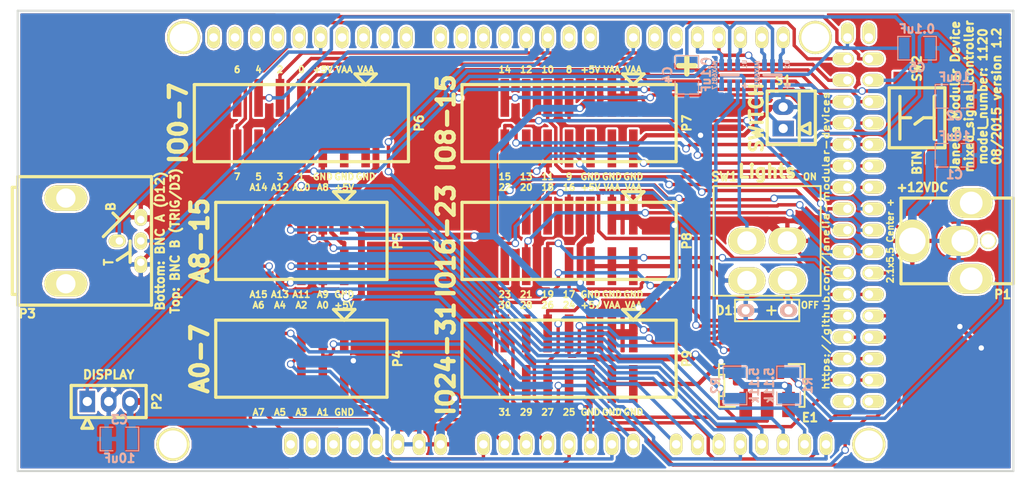
<source format=kicad_pcb>
(kicad_pcb (version 4) (host pcbnew 0.201508100901+6080~28~ubuntu14.04.1-product)
  (title_block (title mixed_signal_controller) (rev 1.2))
  (layers (0 F.Cu signal) (31 B.Cu signal) (34 B.Paste user) (35 F.Paste user) (36 B.SilkS user) (37 F.SilkS user) (38 B.Mask user) (39 F.Mask user) (44 Edge.Cuts user))
  (net 0 "")
  (net 1 VAA)
  (net 2 GND)
  (net 3 +5V)
  (net 4 /ENC_BTN)
  (net 5 /ENC_B)
  (net 6 /ENC_A)
  (net 7 /TX3)
  (net 8 /D_ENC_BTN)
  (net 9 /LED_PWR)
  (net 10 /BNC_A)
  (net 11 /BNC_B)
  (net 12 /D_BTN)
  (net 13 +5VD)
  (net 14 /BTN)
  (net 15 "Net-(ARDUINO1-PadNC)")
  (net 16 "Net-(ARDUINO1-PadIREF)")
  (net 17 "Net-(ARDUINO1-Pad3V3)")
  (net 18 "Net-(ARDUINO1-Pad21B)")
  (net 19 "Net-(ARDUINO1-Pad20B)")
  (net 20 "Net-(ARDUINO1-PadAREF)")
  (net 21 "Net-(ARDUINO1-PadGND3)")
  (net 22 "Net-(ARDUINO1-Pad0)")
  (net 23 "Net-(ARDUINO1-Pad1)")
  (net 24 "Net-(ARDUINO1-Pad4)")
  (net 25 "Net-(ARDUINO1-Pad5)")
  (net 26 "Net-(ARDUINO1-Pad15)")
  (net 27 "Net-(ARDUINO1-Pad16)")
  (net 28 /D_SWITCH)
  (net 29 "Net-(ARDUINO1-Pad5V_5)")
  (net 30 "Net-(ARDUINO1-PadGND4)")
  (net 31 "Net-(ARDUINO1-PadGND5)")
  (net 32 /SWITCH)
  (net 33 "Net-(ARDUINO1-PadRST)")
  (net 34 /A0)
  (net 35 /A1)
  (net 36 /A2)
  (net 37 /A3)
  (net 38 /A4)
  (net 39 /A5)
  (net 40 /A6)
  (net 41 /A7)
  (net 42 /A8)
  (net 43 /A9)
  (net 44 /A10)
  (net 45 /A11)
  (net 46 /A12)
  (net 47 /A13)
  (net 48 /A14)
  (net 49 /A15)
  (net 50 /IO7)
  (net 51 /IO6)
  (net 52 /IO5)
  (net 53 /IO4)
  (net 54 /IO3)
  (net 55 /IO2)
  (net 56 /IO1)
  (net 57 /IO0)
  (net 58 /IO8)
  (net 59 /IO9)
  (net 60 /IO10)
  (net 61 /IO11)
  (net 62 /IO12)
  (net 63 /IO13)
  (net 64 /IO14)
  (net 65 /IO15)
  (net 66 /IO16)
  (net 67 /IO17)
  (net 68 /IO18)
  (net 69 /IO19)
  (net 70 /IO20)
  (net 71 /IO21)
  (net 72 /IO22)
  (net 73 /IO23)
  (net 74 /IO31)
  (net 75 /IO30)
  (net 76 /IO29)
  (net 77 /IO28)
  (net 78 /IO27)
  (net 79 /IO26)
  (net 80 /IO25)
  (net 81 /IO24)
  (net 82 "Net-(ARDUINO1-Pad13)")
  (net 83 "Net-(ARDUINO1-Pad11)")
  (net 84 "Net-(ARDUINO1-Pad10)")
  (net 85 "Net-(ARDUINO1-Pad9)")
  (net 86 "Net-(ARDUINO1-Pad8)")
  (net 87 "Net-(ARDUINO1-Pad7)")
  (net 88 "Net-(ARDUINO1-Pad6)")
  (net 89 /D_LIGHTS)
  (net 90 /LIGHTS)
  (module mixed_signal_controller:KT_SWITCH (layer F.Cu) (at 200.025 88.265 90)
    (fp_text reference SW2 (at 5.842 0 270) (layer F.SilkS) (effects (font (size 1.016 1.016) (thickness 0.254))))
    (fp_text value KT_SWITCH hide)
    (fp_text user BTN (at -5.334 0 90) (layer F.SilkS) (effects (font (size 1.016 1.016) (thickness 0.254))))
    (pad 2 smd rect (at 4.1275 -1.99898 90) (size 2.667 1.59004) (layers F.Cu F.Paste F.Mask) (net 14 /BTN))
    (pad 1 smd rect (at -4.1275 -1.99898 90) (size 2.667 1.59004) (layers F.Cu F.Paste F.Mask))
    (pad 4 smd rect (at 4.1275 1.99898 90) (size 2.667 1.59004) (layers F.Cu F.Paste F.Mask))
    (pad 3 smd rect (at -4.1275 1.99898 90) (size 2.667 1.59004) (layers F.Cu F.Paste F.Mask) (net 2 GND))
  )
  (module mixed_signal_controller:Header_Shrouded_2_Pin (layer F.Cu) (at 184.15 88.265 270)
    (fp_text reference S1 (at -4.445 0 360) (layer F.SilkS) (effects (font (size 1.016 1.016) (thickness 0.254))))
    (fp_text value HEADER_01X02_SHR hide)
    (pad 2 thru_hole oval (at -1.27 0 270) (size 1.8542 2.54) (drill 1.0922) (layers *.Cu *.Mask) (net 2 GND))
    (pad 1 thru_hole rect (at 1.27 0 270) (size 1.8542 2.54) (drill 1.0922) (layers *.Cu *.Mask) (net 32 /SWITCH))
  )
  (module footprints:Header_3_Pin (layer F.Cu) (at 104.14 121.92 180)
    (fp_text reference P2 (at -5.715 0 270) (layer F.SilkS) (effects (font (size 1.016 1.016) (thickness 0.254))))
    (fp_text value HEADER_01X03 hide)
    (pad 2 thru_hole oval (at 0 0 180) (size 1.8542 2.54) (drill 1.0922) (layers *.Cu *.Mask) (net 2 GND))
    (pad 3 thru_hole oval (at -2.54 0 180) (size 1.8542 2.54) (drill 1.0922) (layers *.Cu *.Mask) (net 3 +5V))
    (pad 1 thru_hole rect (at 2.54 0 180) (size 1.8542 2.54) (drill 1.0922) (layers *.Cu *.Mask) (net 7 /TX3))
  )
  (module mixed_signal_controller:LED_555-3XXX (layer F.Cu) (at 182.245 111.125 270)
    (fp_text reference D1 (at 0 5.08 540) (layer F.SilkS) (effects (font (size 1.016 1.016) (thickness 0.254))))
    (fp_text value LED_24V hide)
    (pad 1 thru_hole oval (at 0 -2.54 270) (size 1.524 2.032) (drill 0.9652) (layers *.Cu *.SilkS *.Mask) (net 9 /LED_PWR))
    (pad 2 thru_hole oval (at 0 2.54 270) (size 1.524 2.032) (drill 0.9652) (layers *.Cu *.SilkS *.Mask) (net 2 GND))
  )
  (module mixed_signal_controller:BNC_DOUBLE (layer F.Cu) (at 99.06 102.87 90)
    (fp_text reference P3 (at -8.636 -4.572 360) (layer F.SilkS) (effects (font (size 1.016 1.016) (thickness 0.254))))
    (fp_text value BNC_DOUBLE_RA hide)
    (fp_text user "Top: BNC B (TRIG/D3)" (at 0 12.954 90) (layer F.SilkS) (effects (font (size 1.016 1.016) (thickness 0.254))))
    (fp_text user "Bottom: BNC A (D12)" (at 0 11.176 90) (layer F.SilkS) (effects (font (size 1.016 1.016) (thickness 0.254))))
    (fp_text user B (at 4.064 5.334 90) (layer F.SilkS) (effects (font (size 1.016 1.016) (thickness 0.254))))
    (fp_text user T (at -2.54 5.08 90) (layer F.SilkS) (effects (font (size 1.016 1.016) (thickness 0.254))))
    (pad "" thru_hole oval (at -5.08 0 90) (size 3.048 5.08) (drill 2.286) (layers *.Cu *.Mask F.SilkS))
    (pad "" thru_hole oval (at 5.08 0 90) (size 3.048 5.08) (drill 2.286) (layers *.Cu *.Mask F.SilkS))
    (pad 1 thru_hole oval (at 0 6.35 90) (size 1.524 2.032) (drill 0.889 (offset 0 -0.254)) (layers *.Cu *.Mask F.SilkS) (net 10 /BNC_A))
    (pad 3 thru_hole oval (at 0 8.89 90) (size 2.032 1.524) (drill 0.889) (layers *.Cu *.Mask F.SilkS) (net 11 /BNC_B))
    (pad 2 thru_hole oval (at 2.54 8.89 90) (size 2.032 1.524) (drill 0.889 (offset 0.254 0)) (layers *.Cu *.Mask F.SilkS) (net 2 GND))
    (pad 4 thru_hole oval (at -2.54 8.89 90) (size 2.032 1.524) (drill 0.889 (offset -0.254 0)) (layers *.Cu *.Mask F.SilkS) (net 2 GND))
  )
  (module mixed_signal_controller:ARDUINO_MEGA_SHIELD (layer F.Cu) (at 97.79 129.54)
    (fp_text reference ARDUINO1 hide)
    (fp_text value ARDUINO_MEGA hide)
    (pad "" thru_hole circle (at 13.97 -2.54) (size 3.937 3.937) (drill 3.302) (layers *.Cu *.Mask F.SilkS))
    (pad "" thru_hole circle (at 15.24 -50.8) (size 3.937 3.937) (drill 3.302) (layers *.Cu *.Mask F.SilkS))
    (pad "" thru_hole circle (at 96.52 -2.54) (size 3.937 3.937) (drill 3.302) (layers *.Cu *.Mask F.SilkS))
    (pad "" thru_hole circle (at 90.17 -50.8) (size 3.937 3.937) (drill 3.302) (layers *.Cu *.Mask F.SilkS))
    (pad NC thru_hole oval (at 27.94 -2.54 90) (size 2.54 1.524) (drill 1.016) (layers *.Cu *.Mask F.SilkS) (net 15 "Net-(ARDUINO1-PadNC)"))
    (pad IREF thru_hole oval (at 30.48 -2.54 90) (size 2.54 1.524) (drill 1.016) (layers *.Cu *.Mask F.SilkS) (net 16 "Net-(ARDUINO1-PadIREF)"))
    (pad RST thru_hole oval (at 33.02 -2.54 90) (size 2.54 1.524) (drill 1.016) (layers *.Cu *.Mask F.SilkS) (net 33 "Net-(ARDUINO1-PadRST)"))
    (pad 3V3 thru_hole oval (at 35.56 -2.54 90) (size 2.54 1.524) (drill 1.016) (layers *.Cu *.Mask F.SilkS) (net 17 "Net-(ARDUINO1-Pad3V3)"))
    (pad 5V_1 thru_hole oval (at 38.1 -2.54 90) (size 2.54 1.524) (drill 1.016) (layers *.Cu *.Mask F.SilkS) (net 3 +5V))
    (pad GND1 thru_hole oval (at 40.64 -2.54 90) (size 2.54 1.524) (drill 1.016) (layers *.Cu *.Mask F.SilkS) (net 2 GND))
    (pad GND2 thru_hole oval (at 43.18 -2.54 90) (size 2.54 1.524) (drill 1.016) (layers *.Cu *.Mask F.SilkS) (net 2 GND))
    (pad V_IN thru_hole oval (at 45.72 -2.54 90) (size 2.54 1.524) (drill 1.016) (layers *.Cu *.Mask F.SilkS) (net 1 VAA))
    (pad A0 thru_hole oval (at 50.8 -2.54 90) (size 2.54 1.524) (drill 1.016) (layers *.Cu *.Mask F.SilkS) (net 41 /A7))
    (pad A1 thru_hole oval (at 53.34 -2.54 90) (size 2.54 1.524) (drill 1.016) (layers *.Cu *.Mask F.SilkS) (net 39 /A5))
    (pad A2 thru_hole oval (at 55.88 -2.54 90) (size 2.54 1.524) (drill 1.016) (layers *.Cu *.Mask F.SilkS) (net 37 /A3))
    (pad A3 thru_hole oval (at 58.42 -2.54 90) (size 2.54 1.524) (drill 1.016) (layers *.Cu *.Mask F.SilkS) (net 35 /A1))
    (pad A4 thru_hole oval (at 60.96 -2.54 90) (size 2.54 1.524) (drill 1.016) (layers *.Cu *.Mask F.SilkS) (net 40 /A6))
    (pad A5 thru_hole oval (at 63.5 -2.54 90) (size 2.54 1.524) (drill 1.016) (layers *.Cu *.Mask F.SilkS) (net 38 /A4))
    (pad A6 thru_hole oval (at 66.04 -2.54 90) (size 2.54 1.524) (drill 1.016) (layers *.Cu *.Mask F.SilkS) (net 36 /A2))
    (pad A7 thru_hole oval (at 68.58 -2.54 90) (size 2.54 1.524) (drill 1.016) (layers *.Cu *.Mask F.SilkS) (net 34 /A0))
    (pad A8 thru_hole oval (at 73.66 -2.54 90) (size 2.54 1.524) (drill 1.016) (layers *.Cu *.Mask F.SilkS) (net 49 /A15))
    (pad A9 thru_hole oval (at 76.2 -2.54 90) (size 2.54 1.524) (drill 1.016) (layers *.Cu *.Mask F.SilkS) (net 47 /A13))
    (pad A10 thru_hole oval (at 78.74 -2.54 90) (size 2.54 1.524) (drill 1.016) (layers *.Cu *.Mask F.SilkS) (net 45 /A11))
    (pad A11 thru_hole oval (at 81.28 -2.54 90) (size 2.54 1.524) (drill 1.016) (layers *.Cu *.Mask F.SilkS) (net 43 /A9))
    (pad A12 thru_hole oval (at 83.82 -2.54 90) (size 2.54 1.524) (drill 1.016) (layers *.Cu *.Mask F.SilkS) (net 48 /A14))
    (pad A13 thru_hole oval (at 86.36 -2.54 90) (size 2.54 1.524) (drill 1.016) (layers *.Cu *.Mask F.SilkS) (net 46 /A12))
    (pad A14 thru_hole oval (at 88.9 -2.54 90) (size 2.54 1.524) (drill 1.016) (layers *.Cu *.Mask F.SilkS) (net 44 /A10))
    (pad A15 thru_hole oval (at 91.44 -2.54 90) (size 2.54 1.524) (drill 1.016) (layers *.Cu *.Mask F.SilkS) (net 42 /A8))
    (pad 21B thru_hole oval (at 18.796 -50.8 90) (size 2.54 1.524) (drill 1.016) (layers *.Cu *.Mask F.SilkS) (net 18 "Net-(ARDUINO1-Pad21B)"))
    (pad 20B thru_hole oval (at 21.336 -50.8 90) (size 2.54 1.524) (drill 1.016) (layers *.Cu *.Mask F.SilkS) (net 19 "Net-(ARDUINO1-Pad20B)"))
    (pad AREF thru_hole oval (at 23.876 -50.8 90) (size 2.54 1.524) (drill 1.016) (layers *.Cu *.Mask F.SilkS) (net 20 "Net-(ARDUINO1-PadAREF)"))
    (pad GND3 thru_hole oval (at 26.416 -50.8 90) (size 2.54 1.524) (drill 1.016) (layers *.Cu *.Mask F.SilkS) (net 21 "Net-(ARDUINO1-PadGND3)"))
    (pad 13 thru_hole oval (at 28.956 -50.8 90) (size 2.54 1.524) (drill 1.016) (layers *.Cu *.Mask F.SilkS) (net 82 "Net-(ARDUINO1-Pad13)"))
    (pad 12 thru_hole oval (at 31.496 -50.8 90) (size 2.54 1.524) (drill 1.016) (layers *.Cu *.Mask F.SilkS) (net 10 /BNC_A))
    (pad 11 thru_hole oval (at 34.036 -50.8 90) (size 2.54 1.524) (drill 1.016) (layers *.Cu *.Mask F.SilkS) (net 83 "Net-(ARDUINO1-Pad11)"))
    (pad 10 thru_hole oval (at 36.576 -50.8 90) (size 2.54 1.524) (drill 1.016) (layers *.Cu *.Mask F.SilkS) (net 84 "Net-(ARDUINO1-Pad10)"))
    (pad 9 thru_hole oval (at 39.116 -50.8 90) (size 2.54 1.524) (drill 1.016) (layers *.Cu *.Mask F.SilkS) (net 85 "Net-(ARDUINO1-Pad9)"))
    (pad 8 thru_hole oval (at 41.656 -50.8 90) (size 2.54 1.524) (drill 1.016) (layers *.Cu *.Mask F.SilkS) (net 86 "Net-(ARDUINO1-Pad8)"))
    (pad 7 thru_hole oval (at 45.72 -50.8 90) (size 2.54 1.524) (drill 1.016) (layers *.Cu *.Mask F.SilkS) (net 87 "Net-(ARDUINO1-Pad7)"))
    (pad 0 thru_hole oval (at 63.5 -50.8 90) (size 2.54 1.524) (drill 1.016) (layers *.Cu *.Mask F.SilkS) (net 22 "Net-(ARDUINO1-Pad0)"))
    (pad 1 thru_hole oval (at 60.96 -50.8 90) (size 2.54 1.524) (drill 1.016) (layers *.Cu *.Mask F.SilkS) (net 23 "Net-(ARDUINO1-Pad1)"))
    (pad 2 thru_hole oval (at 58.42 -50.8 90) (size 2.54 1.524) (drill 1.016) (layers *.Cu *.Mask F.SilkS) (net 5 /ENC_B))
    (pad 3 thru_hole oval (at 55.88 -50.8 90) (size 2.54 1.524) (drill 1.016) (layers *.Cu *.Mask F.SilkS) (net 11 /BNC_B))
    (pad 4 thru_hole oval (at 53.34 -50.8 90) (size 2.54 1.524) (drill 1.016) (layers *.Cu *.Mask F.SilkS) (net 24 "Net-(ARDUINO1-Pad4)"))
    (pad 5 thru_hole oval (at 50.8 -50.8 90) (size 2.54 1.524) (drill 1.016) (layers *.Cu *.Mask F.SilkS) (net 25 "Net-(ARDUINO1-Pad5)"))
    (pad 6 thru_hole oval (at 48.26 -50.8 90) (size 2.54 1.524) (drill 1.016) (layers *.Cu *.Mask F.SilkS) (net 88 "Net-(ARDUINO1-Pad6)"))
    (pad 14 thru_hole oval (at 68.58 -50.8 90) (size 2.54 1.524) (drill 1.016) (layers *.Cu *.Mask F.SilkS) (net 7 /TX3))
    (pad 15 thru_hole oval (at 71.12 -50.8 90) (size 2.54 1.524) (drill 1.016) (layers *.Cu *.Mask F.SilkS) (net 26 "Net-(ARDUINO1-Pad15)"))
    (pad 16 thru_hole oval (at 73.66 -50.8 90) (size 2.54 1.524) (drill 1.016) (layers *.Cu *.Mask F.SilkS) (net 27 "Net-(ARDUINO1-Pad16)"))
    (pad 17 thru_hole oval (at 76.2 -50.8 90) (size 2.54 1.524) (drill 1.016) (layers *.Cu *.Mask F.SilkS) (net 89 /D_LIGHTS))
    (pad 18 thru_hole oval (at 78.74 -50.8 90) (size 2.54 1.524) (drill 1.016) (layers *.Cu *.Mask F.SilkS) (net 6 /ENC_A))
    (pad 19 thru_hole oval (at 81.28 -50.8 90) (size 2.54 1.524) (drill 1.016) (layers *.Cu *.Mask F.SilkS) (net 8 /D_ENC_BTN))
    (pad 20 thru_hole oval (at 83.82 -50.8 90) (size 2.54 1.524) (drill 1.016) (layers *.Cu *.Mask F.SilkS) (net 28 /D_SWITCH))
    (pad 21 thru_hole oval (at 86.36 -50.8 90) (size 2.54 1.524) (drill 1.016) (layers *.Cu *.Mask F.SilkS) (net 12 /D_BTN))
    (pad 5V_4 thru_hole oval (at 93.98 -50.8 90) (size 2.54 1.524) (drill 1.016 (offset 0.508 0)) (layers *.Cu *.Mask F.SilkS) (net 13 +5VD))
    (pad 5V_5 thru_hole oval (at 96.52 -50.8 90) (size 2.54 1.524) (drill 1.016 (offset 0.508 0)) (layers *.Cu *.Mask F.SilkS) (net 29 "Net-(ARDUINO1-Pad5V_5)"))
    (pad 22 thru_hole oval (at 93.98 -48.26 90) (size 1.524 2.54) (drill 1.016 (offset 0 -0.508)) (layers *.Cu *.Mask F.SilkS) (net 50 /IO7))
    (pad 23 thru_hole oval (at 96.52 -48.26 90) (size 1.524 2.54) (drill 1.016 (offset 0 0.508)) (layers *.Cu *.Mask F.SilkS) (net 51 /IO6))
    (pad 24 thru_hole oval (at 93.98 -45.72 90) (size 1.524 2.54) (drill 1.016 (offset 0 -0.508)) (layers *.Cu *.Mask F.SilkS) (net 52 /IO5))
    (pad 25 thru_hole oval (at 96.52 -45.72 90) (size 1.524 2.54) (drill 1.016 (offset 0 0.508)) (layers *.Cu *.Mask F.SilkS) (net 53 /IO4))
    (pad 26 thru_hole oval (at 93.98 -43.18 90) (size 1.524 2.54) (drill 1.016 (offset 0 -0.508)) (layers *.Cu *.Mask F.SilkS) (net 54 /IO3))
    (pad 27 thru_hole oval (at 96.52 -43.18 90) (size 1.524 2.54) (drill 1.016 (offset 0 0.508)) (layers *.Cu *.Mask F.SilkS) (net 55 /IO2))
    (pad 28 thru_hole oval (at 93.98 -40.64 90) (size 1.524 2.54) (drill 1.016 (offset 0 -0.508)) (layers *.Cu *.Mask F.SilkS) (net 56 /IO1))
    (pad 29 thru_hole oval (at 96.52 -40.64 90) (size 1.524 2.54) (drill 1.016 (offset 0 0.508)) (layers *.Cu *.Mask F.SilkS) (net 57 /IO0))
    (pad 30 thru_hole oval (at 93.98 -38.1 90) (size 1.524 2.54) (drill 1.016 (offset 0 -0.508)) (layers *.Cu *.Mask F.SilkS) (net 65 /IO15))
    (pad 31 thru_hole oval (at 96.52 -38.1 90) (size 1.524 2.54) (drill 1.016 (offset 0 0.508)) (layers *.Cu *.Mask F.SilkS) (net 64 /IO14))
    (pad 32 thru_hole oval (at 93.98 -35.56 90) (size 1.524 2.54) (drill 1.016 (offset 0 -0.508)) (layers *.Cu *.Mask F.SilkS) (net 63 /IO13))
    (pad 33 thru_hole oval (at 96.52 -35.56 90) (size 1.524 2.54) (drill 1.016 (offset 0 0.508)) (layers *.Cu *.Mask F.SilkS) (net 62 /IO12))
    (pad 34 thru_hole oval (at 93.98 -33.02 90) (size 1.524 2.54) (drill 1.016 (offset 0 -0.508)) (layers *.Cu *.Mask F.SilkS) (net 61 /IO11))
    (pad 35 thru_hole oval (at 96.52 -33.02 90) (size 1.524 2.54) (drill 1.016 (offset 0 0.508)) (layers *.Cu *.Mask F.SilkS) (net 60 /IO10))
    (pad 36 thru_hole oval (at 93.98 -30.48 90) (size 1.524 2.54) (drill 1.016 (offset 0 -0.508)) (layers *.Cu *.Mask F.SilkS) (net 59 /IO9))
    (pad 37 thru_hole oval (at 96.52 -30.48 90) (size 1.524 2.54) (drill 1.016 (offset 0 0.508)) (layers *.Cu *.Mask F.SilkS) (net 58 /IO8))
    (pad 38 thru_hole oval (at 93.98 -27.94 90) (size 1.524 2.54) (drill 1.016 (offset 0 -0.508)) (layers *.Cu *.Mask F.SilkS) (net 73 /IO23))
    (pad 39 thru_hole oval (at 96.52 -27.94 90) (size 1.524 2.54) (drill 1.016 (offset 0 0.508)) (layers *.Cu *.Mask F.SilkS) (net 72 /IO22))
    (pad 40 thru_hole oval (at 93.98 -25.4 90) (size 1.524 2.54) (drill 1.016 (offset 0 -0.508)) (layers *.Cu *.Mask F.SilkS) (net 71 /IO21))
    (pad 41 thru_hole oval (at 96.52 -25.4 90) (size 1.524 2.54) (drill 1.016 (offset 0 0.508)) (layers *.Cu *.Mask F.SilkS) (net 70 /IO20))
    (pad 42 thru_hole oval (at 93.98 -22.86 90) (size 1.524 2.54) (drill 1.016 (offset 0 -0.508)) (layers *.Cu *.Mask F.SilkS) (net 69 /IO19))
    (pad 43 thru_hole oval (at 96.52 -22.86 90) (size 1.524 2.54) (drill 1.016 (offset 0 0.508)) (layers *.Cu *.Mask F.SilkS) (net 68 /IO18))
    (pad 44 thru_hole oval (at 93.98 -20.32 90) (size 1.524 2.54) (drill 1.016 (offset 0 -0.508)) (layers *.Cu *.Mask F.SilkS) (net 67 /IO17))
    (pad 45 thru_hole oval (at 96.52 -20.32 90) (size 1.524 2.54) (drill 1.016 (offset 0 0.508)) (layers *.Cu *.Mask F.SilkS) (net 66 /IO16))
    (pad 46 thru_hole oval (at 93.98 -17.78 90) (size 1.524 2.54) (drill 1.016 (offset 0 -0.508)) (layers *.Cu *.Mask F.SilkS) (net 74 /IO31))
    (pad 47 thru_hole oval (at 96.52 -17.78 90) (size 1.524 2.54) (drill 1.016 (offset 0 0.508)) (layers *.Cu *.Mask F.SilkS) (net 75 /IO30))
    (pad 48 thru_hole oval (at 93.98 -15.24 90) (size 1.524 2.54) (drill 1.016 (offset 0 -0.508)) (layers *.Cu *.Mask F.SilkS) (net 76 /IO29))
    (pad 49 thru_hole oval (at 96.52 -15.24 90) (size 1.524 2.54) (drill 1.016 (offset 0 0.508)) (layers *.Cu *.Mask F.SilkS) (net 77 /IO28))
    (pad 50 thru_hole oval (at 93.98 -12.7 90) (size 1.524 2.54) (drill 1.016 (offset 0 -0.508)) (layers *.Cu *.Mask F.SilkS) (net 78 /IO27))
    (pad 51 thru_hole oval (at 96.52 -12.7 90) (size 1.524 2.54) (drill 1.016 (offset 0 0.508)) (layers *.Cu *.Mask F.SilkS) (net 79 /IO26))
    (pad 52 thru_hole oval (at 93.98 -10.16 90) (size 1.524 2.54) (drill 1.016 (offset 0 -0.508)) (layers *.Cu *.Mask F.SilkS) (net 80 /IO25))
    (pad 53 thru_hole oval (at 96.52 -10.16 90) (size 1.524 2.54) (drill 1.016 (offset 0 0.508)) (layers *.Cu *.Mask F.SilkS) (net 81 /IO24))
    (pad GND4 thru_hole oval (at 93.98 -7.62 90) (size 1.524 2.54) (drill 1.016 (offset 0 -0.508)) (layers *.Cu *.Mask F.SilkS) (net 30 "Net-(ARDUINO1-PadGND4)"))
    (pad GND5 thru_hole oval (at 96.52 -7.62 90) (size 1.524 2.54) (drill 1.016 (offset 0 0.508)) (layers *.Cu *.Mask F.SilkS) (net 31 "Net-(ARDUINO1-PadGND5)"))
  )
  (module mixed_signal_controller:DCJACK_2PIN_HIGHCURRENT (layer F.Cu) (at 211.455 102.87 270)
    (fp_text reference P1 (at 6.35 1.27 360) (layer F.SilkS) (effects (font (size 1.016 1.016) (thickness 0.254))))
    (fp_text value PWR_JACK_2.1x5.5 hide)
    (pad "" thru_hole circle (at 0 2.9972 270) (size 1.9304 1.9304) (drill 1.6002) (layers *.Cu *.Mask F.SilkS))
    (pad 2 thru_hole oval (at 0 5.9944 270) (size 3.556 4.572) (drill 2.6924 (offset 0 0.508)) (layers *.Cu *.Mask F.SilkS) (net 2 GND))
    (pad 1 thru_hole oval (at 0 11.9888 270) (size 5.08 4.064) (drill 3.1496) (layers *.Cu *.Mask F.SilkS) (net 1 VAA))
    (pad "" thru_hole oval (at -4.4958 5.0038 270) (size 3.556 5.08) (drill 2.6924) (layers *.Cu *.Mask F.SilkS))
    (pad "" thru_hole oval (at 4.4958 5.0038 270) (size 3.556 5.08) (drill 2.6924) (layers *.Cu *.Mask F.SilkS))
  )
  (module mixed_signal_controller:SM1210 (layer B.Cu) (at 204.47 92.71)
    (fp_text reference C1 (at 0 2.286) (layer B.SilkS) (effects (font (size 1.016 1.016) (thickness 0.254)) (justify mirror)))
    (fp_text value 10uF (at 0 -2.286) (layer B.SilkS) (effects (font (size 1.016 1.016) (thickness 0.254)) (justify mirror)))
    (pad 1 smd rect (at -1.524 0) (size 1.27 2.54) (layers B.Cu B.Paste B.Mask) (net 1 VAA))
    (pad 2 smd rect (at 1.524 0) (size 1.27 2.54) (layers B.Cu B.Paste B.Mask) (net 2 GND))
  )
  (module mixed_signal_controller:SM1210 (layer B.Cu) (at 204.47 85.725)
    (fp_text reference C2 (at 0 2.286) (layer B.SilkS) (effects (font (size 1.016 1.016) (thickness 0.254)) (justify mirror)))
    (fp_text value 10uF (at 0 -2.286) (layer B.SilkS) (effects (font (size 1.016 1.016) (thickness 0.254)) (justify mirror)))
    (pad 1 smd rect (at -1.524 0) (size 1.27 2.54) (layers B.Cu B.Paste B.Mask) (net 1 VAA))
    (pad 2 smd rect (at 1.524 0) (size 1.27 2.54) (layers B.Cu B.Paste B.Mask) (net 2 GND))
  )
  (module mixed_signal_controller:SM1210 (layer B.Cu) (at 105.41 126.365 180)
    (fp_text reference C3 (at 0 2.286 180) (layer B.SilkS) (effects (font (size 1.016 1.016) (thickness 0.254)) (justify mirror)))
    (fp_text value 10uF (at 0 -2.286 180) (layer B.SilkS) (effects (font (size 1.016 1.016) (thickness 0.254)) (justify mirror)))
    (pad 1 smd rect (at -1.524 0 180) (size 1.27 2.54) (layers B.Cu B.Paste B.Mask) (net 3 +5V))
    (pad 2 smd rect (at 1.524 0 180) (size 1.27 2.54) (layers B.Cu B.Paste B.Mask) (net 2 GND))
  )
  (module mixed_signal_controller:SM1210 (layer B.Cu) (at 172.72 83.185 270)
    (fp_text reference C4 (at 0 2.286 270) (layer B.SilkS) (effects (font (size 1.016 1.016) (thickness 0.254)) (justify mirror)))
    (fp_text value 0.1uF (at 0 -2.286 270) (layer B.SilkS) (effects (font (size 1.016 1.016) (thickness 0.254)) (justify mirror)))
    (pad 1 smd rect (at -1.524 0 270) (size 1.27 2.54) (layers B.Cu B.Paste B.Mask) (net 13 +5VD))
    (pad 2 smd rect (at 1.524 0 270) (size 1.27 2.54) (layers B.Cu B.Paste B.Mask) (net 2 GND))
  )
  (module mixed_signal_controller:SM1210 (layer B.Cu) (at 200.025 80.01)
    (fp_text reference C5 (at 0 2.286) (layer B.SilkS) (effects (font (size 1.016 1.016) (thickness 0.254)) (justify mirror)))
    (fp_text value 0.1uF (at 0 -2.286) (layer B.SilkS) (effects (font (size 1.016 1.016) (thickness 0.254)) (justify mirror)))
    (pad 1 smd rect (at -1.524 0) (size 1.27 2.54) (layers B.Cu B.Paste B.Mask) (net 13 +5VD))
    (pad 2 smd rect (at 1.524 0) (size 1.27 2.54) (layers B.Cu B.Paste B.Mask) (net 2 GND))
  )
  (module mixed_signal_controller:SM1210 (layer B.Cu) (at 184.785 120.015 90)
    (fp_text reference R1 (at 0 2.286 90) (layer B.SilkS) (effects (font (size 1.016 1.016) (thickness 0.254)) (justify mirror)))
    (fp_text value 5.11k (at 0 -2.286 90) (layer B.SilkS) (effects (font (size 1.016 1.016) (thickness 0.254)) (justify mirror)))
    (pad 1 smd rect (at -1.524 0 90) (size 1.27 2.54) (layers B.Cu B.Paste B.Mask) (net 3 +5V))
    (pad 2 smd rect (at 1.524 0 90) (size 1.27 2.54) (layers B.Cu B.Paste B.Mask) (net 6 /ENC_A))
  )
  (module mixed_signal_controller:SM1210 (layer B.Cu) (at 178.435 120.015 270)
    (fp_text reference R2 (at 0 2.286 270) (layer B.SilkS) (effects (font (size 1.016 1.016) (thickness 0.254)) (justify mirror)))
    (fp_text value 5.11k (at 0 -2.286 270) (layer B.SilkS) (effects (font (size 1.016 1.016) (thickness 0.254)) (justify mirror)))
    (pad 1 smd rect (at -1.524 0 270) (size 1.27 2.54) (layers B.Cu B.Paste B.Mask) (net 3 +5V))
    (pad 2 smd rect (at 1.524 0 270) (size 1.27 2.54) (layers B.Cu B.Paste B.Mask) (net 5 /ENC_B))
  )
  (module mixed_signal_controller:Micro-MaTch_6_SMD (layer F.Cu) (at 181.61 120.015)
    (fp_text reference E1 (at 5.715 3.81) (layer F.SilkS) (effects (font (size 1.016 1.016) (thickness 0.254))))
    (fp_text value ENCODER_C14 hide)
    (pad 1 smd rect (at -3.175 -2.2606) (size 1.4986 2.9972) (layers F.Cu F.Paste F.Mask) (net 2 GND))
    (pad 2 smd rect (at -1.905 2.2606) (size 1.4986 2.9972) (layers F.Cu F.Paste F.Mask) (net 2 GND))
    (pad 3 smd rect (at -0.635 -2.2606) (size 1.4986 2.9972) (layers F.Cu F.Paste F.Mask) (net 4 /ENC_BTN))
    (pad 4 smd rect (at 0.635 2.2606) (size 1.4986 2.9972) (layers F.Cu F.Paste F.Mask) (net 5 /ENC_B))
    (pad 5 smd rect (at 1.905 -2.2606) (size 1.4986 2.9972) (layers F.Cu F.Paste F.Mask) (net 6 /ENC_A))
    (pad 6 smd rect (at 3.175 2.2606) (size 1.4986 2.9972) (layers F.Cu F.Paste F.Mask) (net 3 +5V))
  )
  (module mixed_signal_controller:MAX6817 (layer B.Cu) (at 177.8 83.185 90)
    (fp_text reference U1 (at 1.27 1.778 90) (layer B.SilkS) (effects (font (size 0.508 0.508) (thickness 0.127)) (justify mirror)))
    (fp_text value MAX6817 (at 0 -1.778 270) (layer B.SilkS) (effects (font (size 0.508 0.508) (thickness 0.127)) (justify mirror)))
    (pad 1 smd rect (at -1.19888 0.94996 90) (size 1.33096 0.5588) (layers B.Cu B.Paste B.Mask) (net 4 /ENC_BTN) (clearance 0.1016))
    (pad 2 smd rect (at -1.19888 0 90) (size 1.33096 0.5588) (layers B.Cu B.Paste B.Mask) (net 2 GND) (clearance 0.1016))
    (pad 3 smd rect (at -1.19888 -0.94996 90) (size 1.33096 0.5588) (layers B.Cu B.Paste B.Mask) (net 90 /LIGHTS) (clearance 0.1016))
    (pad 4 smd rect (at 1.19888 -0.94996 90) (size 1.33096 0.5588) (layers B.Cu B.Paste B.Mask) (net 89 /D_LIGHTS) (clearance 0.1016))
    (pad 5 smd rect (at 1.19888 0 90) (size 1.33096 0.5588) (layers B.Cu B.Paste B.Mask) (net 13 +5VD) (clearance 0.1016))
    (pad 6 smd rect (at 1.19888 0.94996 90) (size 1.33096 0.5588) (layers B.Cu B.Paste B.Mask) (net 8 /D_ENC_BTN) (clearance 0.1016))
  )
  (module mixed_signal_controller:MAX6817 (layer B.Cu) (at 182.88 83.185 90)
    (fp_text reference U2 (at 1.27 1.778 90) (layer B.SilkS) (effects (font (size 0.508 0.508) (thickness 0.127)) (justify mirror)))
    (fp_text value MAX6817 (at 0 -1.778 270) (layer B.SilkS) (effects (font (size 0.508 0.508) (thickness 0.127)) (justify mirror)))
    (pad 1 smd rect (at -1.19888 0.94996 90) (size 1.33096 0.5588) (layers B.Cu B.Paste B.Mask) (net 14 /BTN) (clearance 0.1016))
    (pad 2 smd rect (at -1.19888 0 90) (size 1.33096 0.5588) (layers B.Cu B.Paste B.Mask) (net 2 GND) (clearance 0.1016))
    (pad 3 smd rect (at -1.19888 -0.94996 90) (size 1.33096 0.5588) (layers B.Cu B.Paste B.Mask) (net 32 /SWITCH) (clearance 0.1016))
    (pad 4 smd rect (at 1.19888 -0.94996 90) (size 1.33096 0.5588) (layers B.Cu B.Paste B.Mask) (net 28 /D_SWITCH) (clearance 0.1016))
    (pad 5 smd rect (at 1.19888 0 90) (size 1.33096 0.5588) (layers B.Cu B.Paste B.Mask) (net 13 +5VD) (clearance 0.1016))
    (pad 6 smd rect (at 1.19888 0.94996 90) (size 1.33096 0.5588) (layers B.Cu B.Paste B.Mask) (net 12 /D_BTN) (clearance 0.1016))
  )
  (module mixed_signal_controller:HEADER_02x05_SMD (layer F.Cu) (at 127 116.84)
    (fp_text reference P4 (at 11.43 0 90) (layer F.SilkS) (effects (font (size 1.016 1.016) (thickness 0.254))))
    (fp_text value HEADER_02X05_SMD hide)
    (pad 1 smd rect (at 5.08 -2.9972) (size 1.016 4.4958) (layers F.Cu F.Paste F.Mask) (net 3 +5V))
    (pad 2 smd rect (at 5.08 2.9972) (size 1.016 4.4958) (layers F.Cu F.Paste F.Mask) (net 2 GND))
    (pad 3 smd rect (at 2.54 -2.9972) (size 1.016 4.4958) (layers F.Cu F.Paste F.Mask) (net 34 /A0))
    (pad 4 smd rect (at 2.54 2.9972) (size 1.016 4.4958) (layers F.Cu F.Paste F.Mask) (net 35 /A1))
    (pad 5 smd rect (at 0 -2.9972) (size 1.016 4.4958) (layers F.Cu F.Paste F.Mask) (net 36 /A2))
    (pad 6 smd rect (at 0 2.9972) (size 1.016 4.4958) (layers F.Cu F.Paste F.Mask) (net 37 /A3))
    (pad 7 smd rect (at -2.54 -2.9972) (size 1.016 4.4958) (layers F.Cu F.Paste F.Mask) (net 38 /A4))
    (pad 8 smd rect (at -2.54 2.9972) (size 1.016 4.4958) (layers F.Cu F.Paste F.Mask) (net 39 /A5))
    (pad 9 smd rect (at -5.08 -2.9972) (size 1.016 4.4958) (layers F.Cu F.Paste F.Mask) (net 40 /A6))
    (pad 10 smd rect (at -5.08 2.9972) (size 1.016 4.4958) (layers F.Cu F.Paste F.Mask) (net 41 /A7))
  )
  (module mixed_signal_controller:HEADER_02x05_SMD (layer F.Cu) (at 127 102.87)
    (fp_text reference P5 (at 11.43 0 90) (layer F.SilkS) (effects (font (size 1.016 1.016) (thickness 0.254))))
    (fp_text value HEADER_02X05_SMD hide)
    (pad 1 smd rect (at 5.08 -2.9972) (size 1.016 4.4958) (layers F.Cu F.Paste F.Mask) (net 3 +5V))
    (pad 2 smd rect (at 5.08 2.9972) (size 1.016 4.4958) (layers F.Cu F.Paste F.Mask) (net 2 GND))
    (pad 3 smd rect (at 2.54 -2.9972) (size 1.016 4.4958) (layers F.Cu F.Paste F.Mask) (net 42 /A8))
    (pad 4 smd rect (at 2.54 2.9972) (size 1.016 4.4958) (layers F.Cu F.Paste F.Mask) (net 43 /A9))
    (pad 5 smd rect (at 0 -2.9972) (size 1.016 4.4958) (layers F.Cu F.Paste F.Mask) (net 44 /A10))
    (pad 6 smd rect (at 0 2.9972) (size 1.016 4.4958) (layers F.Cu F.Paste F.Mask) (net 45 /A11))
    (pad 7 smd rect (at -2.54 -2.9972) (size 1.016 4.4958) (layers F.Cu F.Paste F.Mask) (net 46 /A12))
    (pad 8 smd rect (at -2.54 2.9972) (size 1.016 4.4958) (layers F.Cu F.Paste F.Mask) (net 47 /A13))
    (pad 9 smd rect (at -5.08 -2.9972) (size 1.016 4.4958) (layers F.Cu F.Paste F.Mask) (net 48 /A14))
    (pad 10 smd rect (at -5.08 2.9972) (size 1.016 4.4958) (layers F.Cu F.Paste F.Mask) (net 49 /A15))
  )
  (module mixed_signal_controller:HEADER_02x07_SMD (layer F.Cu) (at 158.75 116.84)
    (fp_text reference P9 (at 13.97 0 90) (layer F.SilkS) (effects (font (size 1.016 1.016) (thickness 0.254))))
    (fp_text value HEADER_02X07_SMD hide)
    (pad 2 smd rect (at 7.62 2.9972) (size 1.016 4.4958) (layers F.Cu F.Paste F.Mask) (net 2 GND))
    (pad 1 smd rect (at 7.62 -2.9972) (size 1.016 4.4958) (layers F.Cu F.Paste F.Mask) (net 1 VAA))
    (pad 14 smd rect (at -7.62 2.9972) (size 1.016 4.4958) (layers F.Cu F.Paste F.Mask) (net 74 /IO31))
    (pad 13 smd rect (at -7.62 -2.9972) (size 1.016 4.4958) (layers F.Cu F.Paste F.Mask) (net 75 /IO30))
    (pad 3 smd rect (at 5.08 -2.9972) (size 1.016 4.4958) (layers F.Cu F.Paste F.Mask) (net 1 VAA))
    (pad 4 smd rect (at 5.08 2.9972) (size 1.016 4.4958) (layers F.Cu F.Paste F.Mask) (net 2 GND))
    (pad 5 smd rect (at 2.54 -2.9972) (size 1.016 4.4958) (layers F.Cu F.Paste F.Mask) (net 3 +5V))
    (pad 6 smd rect (at 2.54 2.9972) (size 1.016 4.4958) (layers F.Cu F.Paste F.Mask) (net 2 GND))
    (pad 7 smd rect (at 0 -2.9972) (size 1.016 4.4958) (layers F.Cu F.Paste F.Mask) (net 81 /IO24))
    (pad 8 smd rect (at 0 2.9972) (size 1.016 4.4958) (layers F.Cu F.Paste F.Mask) (net 80 /IO25))
    (pad 9 smd rect (at -2.54 -2.9972) (size 1.016 4.4958) (layers F.Cu F.Paste F.Mask) (net 79 /IO26))
    (pad 10 smd rect (at -2.54 2.9972) (size 1.016 4.4958) (layers F.Cu F.Paste F.Mask) (net 78 /IO27))
    (pad 11 smd rect (at -5.08 -2.9972) (size 1.016 4.4958) (layers F.Cu F.Paste F.Mask) (net 77 /IO28))
    (pad 12 smd rect (at -5.08 2.9972) (size 1.016 4.4958) (layers F.Cu F.Paste F.Mask) (net 76 /IO29))
  )
  (module mixed_signal_controller:HEADER_02x07_SMD (layer F.Cu) (at 158.75 102.87)
    (fp_text reference P8 (at 13.97 0 90) (layer F.SilkS) (effects (font (size 1.016 1.016) (thickness 0.254))))
    (fp_text value HEADER_02X07_SMD hide)
    (pad 2 smd rect (at 7.62 2.9972) (size 1.016 4.4958) (layers F.Cu F.Paste F.Mask) (net 2 GND))
    (pad 1 smd rect (at 7.62 -2.9972) (size 1.016 4.4958) (layers F.Cu F.Paste F.Mask) (net 1 VAA))
    (pad 14 smd rect (at -7.62 2.9972) (size 1.016 4.4958) (layers F.Cu F.Paste F.Mask) (net 73 /IO23))
    (pad 13 smd rect (at -7.62 -2.9972) (size 1.016 4.4958) (layers F.Cu F.Paste F.Mask) (net 72 /IO22))
    (pad 3 smd rect (at 5.08 -2.9972) (size 1.016 4.4958) (layers F.Cu F.Paste F.Mask) (net 1 VAA))
    (pad 4 smd rect (at 5.08 2.9972) (size 1.016 4.4958) (layers F.Cu F.Paste F.Mask) (net 2 GND))
    (pad 5 smd rect (at 2.54 -2.9972) (size 1.016 4.4958) (layers F.Cu F.Paste F.Mask) (net 3 +5V))
    (pad 6 smd rect (at 2.54 2.9972) (size 1.016 4.4958) (layers F.Cu F.Paste F.Mask) (net 2 GND))
    (pad 7 smd rect (at 0 -2.9972) (size 1.016 4.4958) (layers F.Cu F.Paste F.Mask) (net 66 /IO16))
    (pad 8 smd rect (at 0 2.9972) (size 1.016 4.4958) (layers F.Cu F.Paste F.Mask) (net 67 /IO17))
    (pad 9 smd rect (at -2.54 -2.9972) (size 1.016 4.4958) (layers F.Cu F.Paste F.Mask) (net 68 /IO18))
    (pad 10 smd rect (at -2.54 2.9972) (size 1.016 4.4958) (layers F.Cu F.Paste F.Mask) (net 69 /IO19))
    (pad 11 smd rect (at -5.08 -2.9972) (size 1.016 4.4958) (layers F.Cu F.Paste F.Mask) (net 70 /IO20))
    (pad 12 smd rect (at -5.08 2.9972) (size 1.016 4.4958) (layers F.Cu F.Paste F.Mask) (net 71 /IO21))
  )
  (module mixed_signal_controller:HEADER_02x07_SMD (layer F.Cu) (at 158.75 88.9)
    (fp_text reference P7 (at 13.97 0 90) (layer F.SilkS) (effects (font (size 1.016 1.016) (thickness 0.254))))
    (fp_text value HEADER_02X07_SMD hide)
    (pad 2 smd rect (at 7.62 2.9972) (size 1.016 4.4958) (layers F.Cu F.Paste F.Mask) (net 2 GND))
    (pad 1 smd rect (at 7.62 -2.9972) (size 1.016 4.4958) (layers F.Cu F.Paste F.Mask) (net 1 VAA))
    (pad 14 smd rect (at -7.62 2.9972) (size 1.016 4.4958) (layers F.Cu F.Paste F.Mask) (net 65 /IO15))
    (pad 13 smd rect (at -7.62 -2.9972) (size 1.016 4.4958) (layers F.Cu F.Paste F.Mask) (net 64 /IO14))
    (pad 3 smd rect (at 5.08 -2.9972) (size 1.016 4.4958) (layers F.Cu F.Paste F.Mask) (net 1 VAA))
    (pad 4 smd rect (at 5.08 2.9972) (size 1.016 4.4958) (layers F.Cu F.Paste F.Mask) (net 2 GND))
    (pad 5 smd rect (at 2.54 -2.9972) (size 1.016 4.4958) (layers F.Cu F.Paste F.Mask) (net 3 +5V))
    (pad 6 smd rect (at 2.54 2.9972) (size 1.016 4.4958) (layers F.Cu F.Paste F.Mask) (net 2 GND))
    (pad 7 smd rect (at 0 -2.9972) (size 1.016 4.4958) (layers F.Cu F.Paste F.Mask) (net 58 /IO8))
    (pad 8 smd rect (at 0 2.9972) (size 1.016 4.4958) (layers F.Cu F.Paste F.Mask) (net 59 /IO9))
    (pad 9 smd rect (at -2.54 -2.9972) (size 1.016 4.4958) (layers F.Cu F.Paste F.Mask) (net 60 /IO10))
    (pad 10 smd rect (at -2.54 2.9972) (size 1.016 4.4958) (layers F.Cu F.Paste F.Mask) (net 61 /IO11))
    (pad 11 smd rect (at -5.08 -2.9972) (size 1.016 4.4958) (layers F.Cu F.Paste F.Mask) (net 62 /IO12))
    (pad 12 smd rect (at -5.08 2.9972) (size 1.016 4.4958) (layers F.Cu F.Paste F.Mask) (net 63 /IO13))
  )
  (module mixed_signal_controller:HEADER_02x07_SMD (layer F.Cu) (at 127 88.9)
    (fp_text reference P6 (at 13.97 0 90) (layer F.SilkS) (effects (font (size 1.016 1.016) (thickness 0.254))))
    (fp_text value HEADER_02X07_SMD hide)
    (pad 2 smd rect (at 7.62 2.9972) (size 1.016 4.4958) (layers F.Cu F.Paste F.Mask) (net 2 GND))
    (pad 1 smd rect (at 7.62 -2.9972) (size 1.016 4.4958) (layers F.Cu F.Paste F.Mask) (net 1 VAA))
    (pad 14 smd rect (at -7.62 2.9972) (size 1.016 4.4958) (layers F.Cu F.Paste F.Mask) (net 50 /IO7))
    (pad 13 smd rect (at -7.62 -2.9972) (size 1.016 4.4958) (layers F.Cu F.Paste F.Mask) (net 51 /IO6))
    (pad 3 smd rect (at 5.08 -2.9972) (size 1.016 4.4958) (layers F.Cu F.Paste F.Mask) (net 1 VAA))
    (pad 4 smd rect (at 5.08 2.9972) (size 1.016 4.4958) (layers F.Cu F.Paste F.Mask) (net 2 GND))
    (pad 5 smd rect (at 2.54 -2.9972) (size 1.016 4.4958) (layers F.Cu F.Paste F.Mask) (net 3 +5V))
    (pad 6 smd rect (at 2.54 2.9972) (size 1.016 4.4958) (layers F.Cu F.Paste F.Mask) (net 2 GND))
    (pad 7 smd rect (at 0 -2.9972) (size 1.016 4.4958) (layers F.Cu F.Paste F.Mask) (net 57 /IO0))
    (pad 8 smd rect (at 0 2.9972) (size 1.016 4.4958) (layers F.Cu F.Paste F.Mask) (net 56 /IO1))
    (pad 9 smd rect (at -2.54 -2.9972) (size 1.016 4.4958) (layers F.Cu F.Paste F.Mask) (net 55 /IO2))
    (pad 10 smd rect (at -2.54 2.9972) (size 1.016 4.4958) (layers F.Cu F.Paste F.Mask) (net 54 /IO3))
    (pad 11 smd rect (at -5.08 -2.9972) (size 1.016 4.4958) (layers F.Cu F.Paste F.Mask) (net 53 /IO4))
    (pad 12 smd rect (at -5.08 2.9972) (size 1.016 4.4958) (layers F.Cu F.Paste F.Mask) (net 52 /IO5))
  )
  (module mixed_signal_controller:DPST_SERIES_M (layer F.Cu) (at 182.245 102.87 180)
    (fp_text reference SW1 (at 5.08 7.62 360) (layer F.SilkS) (effects (font (size 1.016 1.016) (thickness 0.254))))
    (fp_text value DPST_SERIES_M hide)
    (fp_text user Lights (at 0 8.255 180) (layer F.SilkS) (effects (font (thickness 0.381))))
    (fp_text user OFF (at -5.08 -7.62 180) (layer F.SilkS) (effects (font (size 0.762 0.762) (thickness 0.1905))))
    (fp_text user ON (at -5.08 7.62 180) (layer F.SilkS) (effects (font (size 0.762 0.762) (thickness 0.1905))))
    (pad 6 thru_hole oval (at 2.4003 -4.699 180) (size 4.445 3.175) (drill 2.286) (layers *.Cu *.Mask F.SilkS) (net 2 GND) (clearance 0.1016))
    (pad 5 thru_hole oval (at 2.4003 0 180) (size 4.445 3.175) (drill 2.286) (layers *.Cu *.Mask F.SilkS) (net 90 /LIGHTS) (clearance 0.1016))
    (pad 2 thru_hole oval (at -2.4003 0 180) (size 4.445 3.175) (drill 2.286) (layers *.Cu *.Mask F.SilkS) (net 1 VAA) (clearance 0.1016))
    (pad 3 thru_hole oval (at -2.4003 -4.699 180) (size 4.445 3.175) (drill 2.286) (layers *.Cu *.Mask F.SilkS) (net 9 /LED_PWR) (clearance 0.1016))
  )
  (gr_text IO0-7 (at 112.395 88.9 90) (layer F.SilkS) (effects (font (size 2.032 2.032) (thickness 0.508))))
  (gr_text IO8-15 (at 144.145 88.9 90) (layer F.SilkS) (effects (font (size 2.032 2.032) (thickness 0.508))))
  (gr_text IO16-23 (at 144.145 102.87 90) (layer F.SilkS) (effects (font (size 2.032 2.032) (thickness 0.508))))
  (gr_text IO24-31 (at 144.145 116.84 90) (layer F.SilkS) (effects (font (size 2.032 2.032) (thickness 0.508))))
  (gr_text A8-15 (at 114.935 102.87 90) (layer F.SilkS) (effects (font (size 2.032 2.032) (thickness 0.508))))
  (gr_text A0-7 (at 114.935 116.84 90) (layer F.SilkS) (effects (font (size 2.032 2.032) (thickness 0.508))))
  (gr_text "2.1x5.5 Center +" (at 196.85 102.87 90) (layer F.SilkS) (effects (font (size 0.762 0.762) (thickness 0.1905))))
  (gr_text 25 (at 158.75 123.19) (layer F.SilkS) (effects (font (size 0.762 0.762) (thickness 0.1905))))
  (gr_text 27 (at 156.21 123.19) (layer F.SilkS) (effects (font (size 0.762 0.762) (thickness 0.1905))))
  (gr_text 29 (at 153.67 123.19) (layer F.SilkS) (effects (font (size 0.762 0.762) (thickness 0.1905))))
  (gr_text 31 (at 151.13 123.19) (layer F.SilkS) (effects (font (size 0.762 0.762) (thickness 0.1905))))
  (gr_text 24 (at 158.75 110.49) (layer F.SilkS) (effects (font (size 0.762 0.762) (thickness 0.1905))))
  (gr_text 26 (at 156.21 110.49) (layer F.SilkS) (effects (font (size 0.762 0.762) (thickness 0.1905))))
  (gr_text 28 (at 153.67 110.49) (layer F.SilkS) (effects (font (size 0.762 0.762) (thickness 0.1905))))
  (gr_text 30 (at 151.13 110.49) (layer F.SilkS) (effects (font (size 0.762 0.762) (thickness 0.1905))))
  (gr_text 17 (at 158.75 109.22) (layer F.SilkS) (effects (font (size 0.762 0.762) (thickness 0.1905))))
  (gr_text 19 (at 156.21 109.22) (layer F.SilkS) (effects (font (size 0.762 0.762) (thickness 0.1905))))
  (gr_text 21 (at 153.67 109.22) (layer F.SilkS) (effects (font (size 0.762 0.762) (thickness 0.1905))))
  (gr_text 23 (at 151.13 109.22) (layer F.SilkS) (effects (font (size 0.762 0.762) (thickness 0.1905))))
  (gr_text 16 (at 158.75 96.52) (layer F.SilkS) (effects (font (size 0.762 0.762) (thickness 0.1905))))
  (gr_text 18 (at 156.21 96.52) (layer F.SilkS) (effects (font (size 0.762 0.762) (thickness 0.1905))))
  (gr_text 20 (at 153.67 96.52) (layer F.SilkS) (effects (font (size 0.762 0.762) (thickness 0.1905))))
  (gr_text 22 (at 151.13 96.52) (layer F.SilkS) (effects (font (size 0.762 0.762) (thickness 0.1905))))
  (gr_text 8 (at 158.75 82.55) (layer F.SilkS) (effects (font (size 0.762 0.762) (thickness 0.1905))))
  (gr_text 10 (at 156.21 82.55) (layer F.SilkS) (effects (font (size 0.762 0.762) (thickness 0.1905))))
  (gr_text 12 (at 153.67 82.55) (layer F.SilkS) (effects (font (size 0.762 0.762) (thickness 0.1905))))
  (gr_text 14 (at 151.13 82.55) (layer F.SilkS) (effects (font (size 0.762 0.762) (thickness 0.1905))))
  (gr_text 9 (at 158.75 95.25) (layer F.SilkS) (effects (font (size 0.762 0.762) (thickness 0.1905))))
  (gr_text 11 (at 156.21 95.25) (layer F.SilkS) (effects (font (size 0.762 0.762) (thickness 0.1905))))
  (gr_text 13 (at 153.67 95.25) (layer F.SilkS) (effects (font (size 0.762 0.762) (thickness 0.1905))))
  (gr_text 15 (at 151.13 95.25) (layer F.SilkS) (effects (font (size 0.762 0.762) (thickness 0.1905))))
  (gr_text GND (at 166.37 123.19) (layer F.SilkS) (effects (font (size 0.762 0.762) (thickness 0.1905))))
  (gr_text GND (at 163.83 123.19) (layer F.SilkS) (effects (font (size 0.762 0.762) (thickness 0.1905))))
  (gr_text GND (at 161.29 123.19) (layer F.SilkS) (effects (font (size 0.762 0.762) (thickness 0.1905))))
  (gr_text GND (at 166.37 109.22) (layer F.SilkS) (effects (font (size 0.762 0.762) (thickness 0.1905))))
  (gr_text GND (at 163.83 109.22) (layer F.SilkS) (effects (font (size 0.762 0.762) (thickness 0.1905))))
  (gr_text GND (at 161.29 109.22) (layer F.SilkS) (effects (font (size 0.762 0.762) (thickness 0.1905))))
  (gr_text GND (at 166.37 95.25) (layer F.SilkS) (effects (font (size 0.762 0.762) (thickness 0.1905))))
  (gr_text GND (at 163.83 95.25) (layer F.SilkS) (effects (font (size 0.762 0.762) (thickness 0.1905))))
  (gr_text GND (at 161.29 95.25) (layer F.SilkS) (effects (font (size 0.762 0.762) (thickness 0.1905))))
  (gr_text +5V (at 161.29 110.49) (layer F.SilkS) (effects (font (size 0.762 0.762) (thickness 0.1905))))
  (gr_text +5V (at 161.29 96.52) (layer F.SilkS) (effects (font (size 0.762 0.762) (thickness 0.1905))))
  (gr_text +5V (at 161.29 82.55) (layer F.SilkS) (effects (font (size 0.762 0.762) (thickness 0.1905))))
  (gr_text VAA (at 166.37 110.49) (layer F.SilkS) (effects (font (size 0.762 0.762) (thickness 0.1905))))
  (gr_text VAA (at 163.83 110.49) (layer F.SilkS) (effects (font (size 0.762 0.762) (thickness 0.1905))))
  (gr_text VAA (at 166.37 96.52) (layer F.SilkS) (effects (font (size 0.762 0.762) (thickness 0.1905))))
  (gr_text VAA (at 163.83 96.52) (layer F.SilkS) (effects (font (size 0.762 0.762) (thickness 0.1905))))
  (gr_text VAA (at 166.37 82.55) (layer F.SilkS) (effects (font (size 0.762 0.762) (thickness 0.1905))))
  (gr_text VAA (at 163.83 82.55) (layer F.SilkS) (effects (font (size 0.762 0.762) (thickness 0.1905))))
  (gr_text VAA (at 134.62 82.55) (layer F.SilkS) (effects (font (size 0.762 0.762) (thickness 0.1905))))
  (gr_text VAA (at 132.08 82.55) (layer F.SilkS) (effects (font (size 0.762 0.762) (thickness 0.1905))))
  (gr_text +5V (at 129.54 82.55) (layer F.SilkS) (effects (font (size 0.762 0.762) (thickness 0.1905))))
  (gr_text 0 (at 127 82.55) (layer F.SilkS) (effects (font (size 0.762 0.762) (thickness 0.1905))))
  (gr_text 2 (at 124.46 82.55) (layer F.SilkS) (effects (font (size 0.762 0.762) (thickness 0.1905))))
  (gr_text 4 (at 121.92 82.55) (layer F.SilkS) (effects (font (size 0.762 0.762) (thickness 0.1905))))
  (gr_text 6 (at 119.38 82.55) (layer F.SilkS) (effects (font (size 0.762 0.762) (thickness 0.1905))))
  (gr_text 7 (at 119.38 95.25) (layer F.SilkS) (effects (font (size 0.762 0.762) (thickness 0.1905))))
  (gr_text 5 (at 121.92 95.25) (layer F.SilkS) (effects (font (size 0.762 0.762) (thickness 0.1905))))
  (gr_text 3 (at 124.46 95.25) (layer F.SilkS) (effects (font (size 0.762 0.762) (thickness 0.1905))))
  (gr_text 1 (at 127 95.25) (layer F.SilkS) (effects (font (size 0.762 0.762) (thickness 0.1905))))
  (gr_text GND (at 129.54 95.25) (layer F.SilkS) (effects (font (size 0.762 0.762) (thickness 0.1905))))
  (gr_text GND (at 132.08 95.25) (layer F.SilkS) (effects (font (size 0.762 0.762) (thickness 0.1905))))
  (gr_text GND (at 134.62 95.25) (layer F.SilkS) (effects (font (size 0.762 0.762) (thickness 0.1905))))
  (gr_text GND (at 132.08 109.22) (layer F.SilkS) (effects (font (size 0.762 0.762) (thickness 0.1905))))
  (gr_text +5V (at 132.08 96.52) (layer F.SilkS) (effects (font (size 0.762 0.762) (thickness 0.1905))))
  (gr_text A0 (at 129.54 110.49) (layer F.SilkS) (effects (font (size 0.762 0.762) (thickness 0.1905))))
  (gr_text A2 (at 127 110.49) (layer F.SilkS) (effects (font (size 0.762 0.762) (thickness 0.1905))))
  (gr_text A4 (at 124.46 110.49) (layer F.SilkS) (effects (font (size 0.762 0.762) (thickness 0.1905))))
  (gr_text A6 (at 121.92 110.49) (layer F.SilkS) (effects (font (size 0.762 0.762) (thickness 0.1905))))
  (gr_text A7 (at 121.92 123.19) (layer F.SilkS) (effects (font (size 0.762 0.762) (thickness 0.1905))))
  (gr_text A5 (at 124.46 123.19) (layer F.SilkS) (effects (font (size 0.762 0.762) (thickness 0.1905))))
  (gr_text A3 (at 127 123.19) (layer F.SilkS) (effects (font (size 0.762 0.762) (thickness 0.1905))))
  (gr_text A14 (at 121.92 96.52) (layer F.SilkS) (effects (font (size 0.762 0.762) (thickness 0.1905))))
  (gr_text A12 (at 124.46 96.52) (layer F.SilkS) (effects (font (size 0.762 0.762) (thickness 0.1905))))
  (gr_text A10 (at 127 96.52) (layer F.SilkS) (effects (font (size 0.762 0.762) (thickness 0.1905))))
  (gr_text A11 (at 127 109.22) (layer F.SilkS) (effects (font (size 0.762 0.762) (thickness 0.1905))))
  (gr_text A13 (at 124.46 109.22) (layer F.SilkS) (effects (font (size 0.762 0.762) (thickness 0.1905))))
  (gr_text A15 (at 121.92 109.22) (layer F.SilkS) (effects (font (size 0.762 0.762) (thickness 0.1905))))
  (gr_text A9 (at 129.54 109.22) (layer F.SilkS) (effects (font (size 0.762 0.762) (thickness 0.1905))))
  (gr_text A1 (at 129.54 123.19) (layer F.SilkS) (effects (font (size 0.762 0.762) (thickness 0.1905))))
  (gr_text SWITCH (at 180.975 88.265 90) (layer F.SilkS) (effects (font (thickness 0.381))))
  (gr_text + (at 172.72 81.915) (layer F.SilkS) (effects (font (size 2.54 2.54) (thickness 0.635))))
  (gr_text A8 (at 129.54 96.52) (layer F.SilkS) (effects (font (size 0.762 0.762) (thickness 0.1905))))
  (gr_text GND (at 132.08 123.19) (layer F.SilkS) (effects (font (size 0.762 0.762) (thickness 0.1905))))
  (gr_text +5V (at 132.08 110.49) (layer F.SilkS) (effects (font (size 0.762 0.762) (thickness 0.1905))))
  (gr_line (start 211.455 75.565) (end 93.345 75.565) (angle 90) (layer Edge.Cuts) (width 0.2286))
  (gr_line (start 211.455 130.175) (end 211.455 75.565) (angle 90) (layer Edge.Cuts) (width 0.2286))
  (gr_line (start 93.345 130.175) (end 211.455 130.175) (angle 90) (layer Edge.Cuts) (width 0.2286))
  (gr_line (start 93.345 75.565) (end 93.345 130.175) (angle 90) (layer Edge.Cuts) (width 0.2286))
  (gr_text +12VDC (at 200.66 96.52) (layer F.SilkS) (effects (font (size 1.016 1.016) (thickness 0.254))))
  (gr_text DISPLAY (at 104.14 118.745) (layer F.SilkS) (effects (font (size 1.016 1.016) (thickness 0.254))))
  (gr_text https://github.com/janelia-modular-devices (at 189.23 102.87 90) (layer F.SilkS) (effects (font (size 0.762 1.016) (thickness 0.1905))))
  (gr_text "Janelia Modular Device\nmixed_signal_controller\nmodel_number: 1120\n08/2015 version 1.2" (at 207.01 85.725 90) (layer F.SilkS) (effects (font (size 1.016 1.016) (thickness 0.254))))
  (via (at 166.9962 110.8112) (size 0.889) (layers F.Cu B.Cu) (net 1))
  (via (at 155.2822 108.9963) (size 0.889) (layers F.Cu B.Cu) (net 1))
  (via (at 171.2241 101.0236) (size 0.889) (layers F.Cu B.Cu) (net 1))
  (via (at 145.1987 121.5483) (size 0.889) (layers F.Cu B.Cu) (net 1))
  (segment (start 187.185 105.41) (end 184.645 102.87) (width 0.4064) (layer F.Cu) (net 1))
  (segment (start 196.85 105.41) (end 187.185 105.41) (width 0.4064) (layer F.Cu) (net 1))
  (segment (start 199.39 102.87) (end 196.85 105.41) (width 0.4064) (layer F.Cu) (net 1))
  (segment (start 184.6453 102.87) (end 184.645 102.87) (width 0.4064) (layer F.Cu) (net 1))
  (segment (start 199.39 102.87) (end 184.6453 102.87) (width 0.4064) (layer F.Cu) (net 1))
  (segment (start 199.39 102.87) (end 199.4662 102.87) (width 1.016) (layer F.Cu) (net 1))
  (segment (start 132.08 85.9028) (end 134.62 85.9028) (width 1.016) (layer F.Cu) (net 1))
  (segment (start 163.83 99.8728) (end 166.37 99.8728) (width 1.016) (layer F.Cu) (net 1))
  (segment (start 163.83 113.843) (end 163.8302 113.843) (width 1.016) (layer F.Cu) (net 1))
  (segment (start 163.8302 113.843) (end 163.83 113.8428) (width 1.016) (layer F.Cu) (net 1))
  (segment (start 163.8302 113.843) (end 166.3698 113.843) (width 1.016) (layer F.Cu) (net 1))
  (segment (start 166.3698 113.843) (end 166.37 113.8428) (width 1.016) (layer F.Cu) (net 1))
  (segment (start 166.3698 113.843) (end 166.37 113.843) (width 1.016) (layer F.Cu) (net 1))
  (segment (start 202.946 92.71) (end 201.5487 92.71) (width 1.016) (layer B.Cu) (net 1))
  (segment (start 199.4662 102.87) (end 199.4662 99.5677) (width 1.016) (layer B.Cu) (net 1))
  (segment (start 202.946 92.71) (end 202.946 90.6777) (width 1.016) (layer B.Cu) (net 1))
  (segment (start 202.946 85.725) (end 202.946 87.7573) (width 1.016) (layer B.Cu) (net 1))
  (segment (start 202.946 90.6777) (end 202.946 87.7573) (width 1.016) (layer B.Cu) (net 1))
  (segment (start 201.5487 97.4852) (end 201.5487 92.71) (width 1.016) (layer B.Cu) (net 1))
  (segment (start 199.4662 99.5677) (end 201.5487 97.4852) (width 1.016) (layer B.Cu) (net 1))
  (segment (start 163.83 85.9028) (end 166.37 85.9028) (width 1.016) (layer F.Cu) (net 1))
  (segment (start 187.185 100.33) (end 184.645 102.87) (width 0.4064) (layer F.Cu) (net 1))
  (segment (start 196.85 100.33) (end 187.185 100.33) (width 0.4064) (layer F.Cu) (net 1))
  (segment (start 199.39 102.87) (end 196.85 100.33) (width 0.4064) (layer F.Cu) (net 1))
  (segment (start 166.9748 110.8326) (end 166.37 110.8326) (width 1.016) (layer F.Cu) (net 1))
  (segment (start 166.9962 110.8112) (end 166.9748 110.8326) (width 1.016) (layer F.Cu) (net 1))
  (segment (start 166.37 113.8428) (end 166.37 110.8326) (width 1.016) (layer F.Cu) (net 1))
  (segment (start 163.83 85.9028) (end 163.83 82.8926) (width 1.016) (layer F.Cu) (net 1))
  (segment (start 171.2241 107.0377) (end 171.2241 101.0236) (width 1.016) (layer B.Cu) (net 1))
  (segment (start 167.4506 110.8112) (end 171.2241 107.0377) (width 1.016) (layer B.Cu) (net 1))
  (segment (start 166.9962 110.8112) (end 167.4506 110.8112) (width 1.016) (layer B.Cu) (net 1))
  (segment (start 167.5208 101.0236) (end 171.2241 101.0236) (width 1.016) (layer F.Cu) (net 1))
  (segment (start 166.37 99.8728) (end 167.5208 101.0236) (width 1.016) (layer F.Cu) (net 1))
  (segment (start 158.9138 108.9963) (end 155.2822 108.9963) (width 1.016) (layer B.Cu) (net 1))
  (segment (start 161.3448 111.4273) (end 158.9138 108.9963) (width 1.016) (layer B.Cu) (net 1))
  (segment (start 166.3801 111.4273) (end 161.3448 111.4273) (width 1.016) (layer B.Cu) (net 1))
  (segment (start 166.9962 110.8112) (end 166.3801 111.4273) (width 1.016) (layer B.Cu) (net 1))
  (segment (start 182.2824 100.5074) (end 184.645 102.87) (width 1.016) (layer F.Cu) (net 1))
  (segment (start 171.7403 100.5074) (end 182.2824 100.5074) (width 1.016) (layer F.Cu) (net 1))
  (segment (start 171.2241 101.0236) (end 171.7403 100.5074) (width 1.016) (layer F.Cu) (net 1))
  (segment (start 155.2822 108.9963) (end 149.1991 108.9963) (width 1.016) (layer F.Cu) (net 1))
  (segment (start 145.1987 112.9967) (end 145.1987 121.5483) (width 1.016) (layer F.Cu) (net 1))
  (segment (start 149.1991 108.9963) (end 145.1987 112.9967) (width 1.016) (layer F.Cu) (net 1))
  (segment (start 145.1987 123.279) (end 143.51 124.9677) (width 1.016) (layer B.Cu) (net 1))
  (segment (start 145.1987 121.5483) (end 145.1987 123.279) (width 1.016) (layer B.Cu) (net 1))
  (segment (start 143.51 127) (end 143.51 124.9677) (width 1.016) (layer B.Cu) (net 1))
  (segment (start 149.1991 90.1515) (end 149.1991 108.9963) (width 1.016) (layer F.Cu) (net 1))
  (segment (start 146.1576 87.11) (end 149.1991 90.1515) (width 1.016) (layer F.Cu) (net 1))
  (segment (start 135.8272 87.11) (end 146.1576 87.11) (width 1.016) (layer F.Cu) (net 1))
  (segment (start 134.62 85.9028) (end 135.8272 87.11) (width 1.016) (layer F.Cu) (net 1))
  (segment (start 150.289 82.8926) (end 163.83 82.8926) (width 1.016) (layer F.Cu) (net 1))
  (segment (start 146.8645 86.3171) (end 150.289 82.8926) (width 1.016) (layer F.Cu) (net 1))
  (segment (start 146.8645 86.4031) (end 146.8645 86.3171) (width 1.016) (layer F.Cu) (net 1))
  (segment (start 146.1576 87.11) (end 146.8645 86.4031) (width 1.016) (layer F.Cu) (net 1))
  (segment (start 203.4029 112.395) (end 204.47 112.395) (width 0.508) (layer B.Cu) (net 2))
  (via (at 207.645 115.57) (size 0.889) (drill 0.635) (layers F.Cu B.Cu) (net 2))
  (segment (start 205.105 113.03) (end 207.645 115.57) (width 0.508) (layer F.Cu) (net 2))
  (via (at 205.105 113.03) (size 0.889) (drill 0.635) (layers F.Cu B.Cu) (net 2))
  (segment (start 204.47 112.395) (end 205.105 113.03) (width 0.508) (layer B.Cu) (net 2))
  (via (at 174.3436 90.341) (size 0.889) (layers F.Cu B.Cu) (net 2))
  (via (at 133.1625 117.081) (size 0.889) (layers F.Cu B.Cu) (net 2))
  (via (at 160.1047 122.5934) (size 0.889) (layers F.Cu B.Cu) (net 2))
  (via (at 176.7692 117.168) (size 0.889) (layers F.Cu B.Cu) (net 2))
  (segment (start 129.54 91.8972) (end 132.08 91.8972) (width 0.508) (layer F.Cu) (net 2))
  (segment (start 205.994 85.725) (end 205.4224 85.725) (width 0.508) (layer B.Cu) (net 2))
  (segment (start 202.024 92.3925) (end 202.024 94.2343) (width 0.508) (layer F.Cu) (net 2))
  (segment (start 161.29 91.8972) (end 163.83 91.8972) (width 0.508) (layer F.Cu) (net 2))
  (segment (start 202.024 99.4334) (end 202.024 94.2343) (width 0.508) (layer F.Cu) (net 2))
  (segment (start 205.4606 102.87) (end 202.024 99.4334) (width 0.508) (layer F.Cu) (net 2))
  (segment (start 163.83 119.837) (end 163.83 119.8372) (width 0.508) (layer F.Cu) (net 2))
  (segment (start 161.29 119.837) (end 163.83 119.837) (width 0.508) (layer F.Cu) (net 2))
  (segment (start 163.83 105.867) (end 163.83 105.8672) (width 0.508) (layer F.Cu) (net 2))
  (segment (start 163.83 119.837) (end 166.37 119.837) (width 0.508) (layer F.Cu) (net 2))
  (segment (start 132.08 91.8972) (end 134.62 91.8972) (width 0.508) (layer F.Cu) (net 2))
  (segment (start 163.83 91.8972) (end 166.37 91.8972) (width 0.508) (layer F.Cu) (net 2))
  (segment (start 205.4224 90.3601) (end 205.4224 85.725) (width 0.508) (layer B.Cu) (net 2))
  (segment (start 205.994 90.9317) (end 205.4224 90.3601) (width 0.508) (layer B.Cu) (net 2))
  (segment (start 205.4224 82.7401) (end 202.6923 80.01) (width 0.508) (layer B.Cu) (net 2))
  (segment (start 205.4224 85.725) (end 205.4224 82.7401) (width 0.508) (layer B.Cu) (net 2))
  (segment (start 201.549 80.01) (end 202.6923 80.01) (width 0.508) (layer B.Cu) (net 2))
  (segment (start 129.54 91.8972) (end 129.54 94.6534) (width 0.508) (layer F.Cu) (net 2))
  (segment (start 107.95 100.33) (end 109.2203 100.33) (width 0.508) (layer F.Cu) (net 2))
  (segment (start 107.95 118.11) (end 104.14 121.92) (width 0.508) (layer F.Cu) (net 2))
  (segment (start 107.95 105.41) (end 107.95 118.11) (width 0.508) (layer F.Cu) (net 2))
  (segment (start 109.2203 104.1397) (end 109.2203 100.33) (width 0.508) (layer F.Cu) (net 2))
  (segment (start 107.95 105.41) (end 109.2203 104.1397) (width 0.508) (layer F.Cu) (net 2))
  (segment (start 182.8819 85.5596) (end 182.88 85.5577) (width 0.508) (layer B.Cu) (net 2))
  (segment (start 184.15 85.5596) (end 182.8819 85.5596) (width 0.508) (layer B.Cu) (net 2))
  (segment (start 184.15 86.995) (end 184.15 85.5596) (width 0.508) (layer B.Cu) (net 2))
  (segment (start 182.88 84.3839) (end 182.88 85.5577) (width 0.508) (layer B.Cu) (net 2))
  (segment (start 161.29 105.867) (end 161.2902 105.867) (width 0.508) (layer F.Cu) (net 2))
  (segment (start 161.2902 105.867) (end 163.83 105.867) (width 0.508) (layer F.Cu) (net 2))
  (segment (start 161.2902 105.867) (end 161.29 105.8672) (width 0.508) (layer F.Cu) (net 2))
  (segment (start 205.994 91.8208) (end 205.994 90.9317) (width 0.508) (layer B.Cu) (net 2))
  (segment (start 205.994 91.8208) (end 205.994 92.71) (width 0.508) (layer B.Cu) (net 2))
  (segment (start 203.4028 100.8122) (end 205.4606 102.87) (width 0.508) (layer B.Cu) (net 2))
  (segment (start 203.4028 95.3012) (end 203.4028 100.8122) (width 0.508) (layer B.Cu) (net 2))
  (segment (start 204.8507 93.8533) (end 203.4028 95.3012) (width 0.508) (layer B.Cu) (net 2))
  (segment (start 204.8507 92.71) (end 204.8507 93.8533) (width 0.508) (layer B.Cu) (net 2))
  (segment (start 205.994 92.71) (end 204.8507 92.71) (width 0.508) (layer B.Cu) (net 2))
  (segment (start 179.705 122.2756) (end 179.705 120.2687) (width 0.508) (layer F.Cu) (net 2))
  (segment (start 179.1976 119.7613) (end 179.705 120.2687) (width 0.508) (layer F.Cu) (net 2))
  (segment (start 178.435 119.7613) (end 179.1976 119.7613) (width 0.508) (layer F.Cu) (net 2))
  (segment (start 178.435 117.7544) (end 178.435 119.7613) (width 0.508) (layer F.Cu) (net 2))
  (segment (start 184.15 86.995) (end 182.5623 86.995) (width 0.508) (layer F.Cu) (net 2))
  (segment (start 179.8447 107.569) (end 177.1139 107.569) (width 0.508) (layer F.Cu) (net 2))
  (segment (start 175.4121 105.8672) (end 177.1139 107.569) (width 0.508) (layer F.Cu) (net 2))
  (segment (start 166.37 105.8672) (end 175.4121 105.8672) (width 0.508) (layer F.Cu) (net 2))
  (segment (start 172.72 84.709) (end 172.72 85.8523) (width 0.508) (layer B.Cu) (net 2))
  (segment (start 167.9262 90.341) (end 166.37 91.8972) (width 0.508) (layer F.Cu) (net 2))
  (segment (start 174.3436 90.341) (end 167.9262 90.341) (width 0.508) (layer F.Cu) (net 2))
  (segment (start 179.8447 107.569) (end 179.8447 109.6648) (width 0.508) (layer B.Cu) (net 2))
  (segment (start 177.8 84.3839) (end 177.8 85.5577) (width 0.508) (layer B.Cu) (net 2))
  (segment (start 177.347 85.5577) (end 174.8862 88.0185) (width 0.508) (layer B.Cu) (net 2))
  (segment (start 177.8 85.5577) (end 177.347 85.5577) (width 0.508) (layer B.Cu) (net 2))
  (segment (start 174.8862 89.7984) (end 174.8862 88.0185) (width 0.508) (layer B.Cu) (net 2))
  (segment (start 174.3436 90.341) (end 174.8862 89.7984) (width 0.508) (layer B.Cu) (net 2))
  (segment (start 174.8862 88.0185) (end 172.72 85.8523) (width 0.508) (layer B.Cu) (net 2))
  (segment (start 182.5623 87.2988) (end 182.5623 86.995) (width 0.508) (layer F.Cu) (net 2))
  (segment (start 179.5201 90.341) (end 182.5623 87.2988) (width 0.508) (layer F.Cu) (net 2))
  (segment (start 174.3436 90.341) (end 179.5201 90.341) (width 0.508) (layer F.Cu) (net 2))
  (segment (start 132.08 105.8672) (end 132.08 103.111) (width 0.508) (layer F.Cu) (net 2))
  (segment (start 131.8084 103.111) (end 132.08 103.111) (width 0.508) (layer F.Cu) (net 2))
  (segment (start 130.5564 101.859) (end 131.8084 103.111) (width 0.508) (layer F.Cu) (net 2))
  (segment (start 130.5564 97.1809) (end 130.5564 101.859) (width 0.508) (layer F.Cu) (net 2))
  (segment (start 129.0363 95.6608) (end 130.5564 97.1809) (width 0.508) (layer F.Cu) (net 2))
  (segment (start 129.54 95.1571) (end 129.0363 95.6608) (width 0.508) (layer F.Cu) (net 2))
  (segment (start 129.54 94.6534) (end 129.54 95.1571) (width 0.508) (layer F.Cu) (net 2))
  (segment (start 163.83 105.867) (end 166.3698 105.867) (width 0.508) (layer F.Cu) (net 2))
  (segment (start 166.3698 105.867) (end 166.37 105.867) (width 0.508) (layer F.Cu) (net 2))
  (segment (start 166.3698 105.867) (end 166.37 105.8672) (width 0.508) (layer F.Cu) (net 2))
  (segment (start 103.886 126.365) (end 103.886 124.5867) (width 0.508) (layer B.Cu) (net 2))
  (segment (start 132.08 119.8372) (end 132.08 117.081) (width 0.508) (layer F.Cu) (net 2))
  (segment (start 104.14 124.3327) (end 104.14 121.92) (width 0.508) (layer B.Cu) (net 2))
  (segment (start 103.886 124.5867) (end 104.14 124.3327) (width 0.508) (layer B.Cu) (net 2))
  (segment (start 140.97 125.2217) (end 138.43 125.2217) (width 0.508) (layer F.Cu) (net 2))
  (segment (start 140.97 127) (end 140.97 125.2217) (width 0.508) (layer F.Cu) (net 2))
  (segment (start 138.43 127) (end 138.43 125.2217) (width 0.508) (layer F.Cu) (net 2))
  (segment (start 133.1625 117.081) (end 132.08 117.081) (width 0.508) (layer F.Cu) (net 2))
  (segment (start 138.43 122.3485) (end 138.43 127) (width 0.508) (layer B.Cu) (net 2))
  (segment (start 133.1625 117.081) (end 138.43 122.3485) (width 0.508) (layer B.Cu) (net 2))
  (segment (start 161.29 119.8372) (end 161.29 119.837) (width 0.508) (layer F.Cu) (net 2))
  (segment (start 161.29 119.8372) (end 161.29 122.5934) (width 0.508) (layer F.Cu) (net 2))
  (segment (start 161.29 122.5934) (end 160.1047 122.5934) (width 0.508) (layer F.Cu) (net 2))
  (segment (start 177.3556 117.7544) (end 178.435 117.7544) (width 0.508) (layer F.Cu) (net 2))
  (segment (start 176.7692 117.168) (end 177.3556 117.7544) (width 0.508) (layer F.Cu) (net 2))
  (segment (start 109.5321 116.5279) (end 104.14 121.92) (width 0.508) (layer B.Cu) (net 2))
  (segment (start 126.1247 116.5279) (end 109.5321 116.5279) (width 0.508) (layer B.Cu) (net 2))
  (segment (start 126.6778 117.081) (end 126.1247 116.5279) (width 0.508) (layer B.Cu) (net 2))
  (segment (start 133.1625 117.081) (end 126.6778 117.081) (width 0.508) (layer B.Cu) (net 2))
  (segment (start 114.1942 95.3561) (end 109.2203 100.33) (width 0.508) (layer F.Cu) (net 2))
  (segment (start 127.381 95.3561) (end 114.1942 95.3561) (width 0.508) (layer F.Cu) (net 2))
  (segment (start 127.6857 95.6608) (end 127.381 95.3561) (width 0.508) (layer F.Cu) (net 2))
  (segment (start 129.0363 95.6608) (end 127.6857 95.6608) (width 0.508) (layer F.Cu) (net 2))
  (segment (start 140.97 127) (end 140.97 125.2217) (width 0.508) (layer B.Cu) (net 2))
  (segment (start 174.1002 119.837) (end 166.37 119.837) (width 0.508) (layer F.Cu) (net 2))
  (segment (start 176.7692 117.168) (end 174.1002 119.837) (width 0.508) (layer F.Cu) (net 2))
  (segment (start 166.37 119.837) (end 166.37 119.8372) (width 0.508) (layer F.Cu) (net 2))
  (segment (start 179.705 109.8045) (end 179.705 111.125) (width 0.508) (layer B.Cu) (net 2))
  (segment (start 179.8447 109.6648) (end 179.705 109.8045) (width 0.508) (layer B.Cu) (net 2))
  (segment (start 176.7692 117.168) (end 176.7692 116.8113) (width 0.508) (layer B.Cu) (net 2))
  (segment (start 175.4442 91.4416) (end 174.3436 90.341) (width 0.508) (layer B.Cu) (net 2))
  (segment (start 175.4442 97.4765) (end 175.4442 91.4416) (width 0.508) (layer B.Cu) (net 2))
  (segment (start 175.2524 97.6683) (end 175.4442 97.4765) (width 0.508) (layer B.Cu) (net 2))
  (segment (start 175.2524 115.3798) (end 175.2524 97.6683) (width 0.508) (layer B.Cu) (net 2))
  (segment (start 176.6839 116.8113) (end 175.2524 115.3798) (width 0.508) (layer B.Cu) (net 2))
  (segment (start 176.7692 116.8113) (end 176.6839 116.8113) (width 0.508) (layer B.Cu) (net 2))
  (segment (start 179.705 111.125) (end 179.705 116.3002) (width 0.508) (layer B.Cu) (net 2))
  (segment (start 179.1939 116.8113) (end 179.705 116.3002) (width 0.508) (layer B.Cu) (net 2))
  (segment (start 176.7692 116.8113) (end 179.1939 116.8113) (width 0.508) (layer B.Cu) (net 2))
  (segment (start 203.4029 104.9277) (end 205.4606 102.87) (width 0.508) (layer B.Cu) (net 2))
  (segment (start 203.4029 115.6912) (end 203.4029 112.395) (width 0.508) (layer B.Cu) (net 2))
  (segment (start 203.4029 112.395) (end 203.4029 104.9277) (width 0.508) (layer B.Cu) (net 2))
  (segment (start 195.9015 123.1926) (end 203.4029 115.6912) (width 0.508) (layer B.Cu) (net 2))
  (segment (start 190.17 123.1926) (end 195.9015 123.1926) (width 0.508) (layer B.Cu) (net 2))
  (segment (start 188.4197 121.4423) (end 190.17 123.1926) (width 0.508) (layer B.Cu) (net 2))
  (segment (start 188.4197 119.498) (end 188.4197 121.4423) (width 0.508) (layer B.Cu) (net 2))
  (segment (start 185.2219 116.3002) (end 188.4197 119.498) (width 0.508) (layer B.Cu) (net 2))
  (segment (start 179.705 116.3002) (end 185.2219 116.3002) (width 0.508) (layer B.Cu) (net 2))
  (segment (start 140.97 124.3398) (end 140.97 125.2217) (width 0.508) (layer B.Cu) (net 2))
  (segment (start 144.7778 120.532) (end 140.97 124.3398) (width 0.508) (layer B.Cu) (net 2))
  (segment (start 145.6197 120.532) (end 144.7778 120.532) (width 0.508) (layer B.Cu) (net 2))
  (segment (start 147.6811 122.5934) (end 145.6197 120.532) (width 0.508) (layer B.Cu) (net 2))
  (segment (start 160.1047 122.5934) (end 147.6811 122.5934) (width 0.508) (layer B.Cu) (net 2))
  (via (at 160.0618 107.7971) (size 0.889) (layers F.Cu B.Cu) (net 3))
  (via (at 184.3088 120.015) (size 0.889) (layers F.Cu B.Cu) (net 3))
  (via (at 173.7473 116.3204) (size 0.889) (layers F.Cu B.Cu) (net 3))
  (via (at 160.02 87.1395) (size 0.889) (layers F.Cu B.Cu) (net 3))
  (via (at 147.4966 102.2991) (size 0.889) (layers F.Cu B.Cu) (net 3))
  (via (at 161.9304 110.1848) (size 0.889) (layers F.Cu B.Cu) (net 3))
  (segment (start 161.29 99.8728) (end 161.29 102.7814) (width 0.8128) (layer F.Cu) (net 3))
  (segment (start 178.435 118.491) (end 178.435 118.9994) (width 0.8128) (layer B.Cu) (net 3))
  (segment (start 160.0618 103.3952) (end 160.0618 107.7971) (width 0.8128) (layer F.Cu) (net 3))
  (segment (start 160.6756 102.7814) (end 160.0618 103.3952) (width 0.8128) (layer F.Cu) (net 3))
  (segment (start 161.29 102.7814) (end 160.6756 102.7814) (width 0.8128) (layer F.Cu) (net 3))
  (segment (start 184.785 121.539) (end 184.785 120.2433) (width 0.8128) (layer B.Cu) (net 3))
  (segment (start 184.4101 120.1163) (end 184.3088 120.015) (width 0.8128) (layer F.Cu) (net 3))
  (segment (start 184.785 120.1163) (end 184.4101 120.1163) (width 0.8128) (layer F.Cu) (net 3))
  (segment (start 184.5371 120.2433) (end 184.785 120.2433) (width 0.8128) (layer B.Cu) (net 3))
  (segment (start 184.3088 120.015) (end 184.5371 120.2433) (width 0.8128) (layer B.Cu) (net 3))
  (segment (start 184.785 122.2756) (end 184.785 120.1163) (width 0.8128) (layer F.Cu) (net 3))
  (segment (start 179.4506 120.015) (end 184.3088 120.015) (width 0.8128) (layer B.Cu) (net 3))
  (segment (start 178.435 118.9994) (end 179.4506 120.015) (width 0.8128) (layer B.Cu) (net 3))
  (segment (start 161.29 113.8428) (end 161.29 116.7514) (width 0.8128) (layer F.Cu) (net 3))
  (segment (start 178.435 118.491) (end 176.5043 118.491) (width 0.8128) (layer B.Cu) (net 3))
  (segment (start 106.934 126.365) (end 106.934 124.4343) (width 0.8128) (layer B.Cu) (net 3))
  (segment (start 132.08 113.7473) (end 132.08 113.8428) (width 0.8128) (layer F.Cu) (net 3))
  (segment (start 106.68 121.92) (end 108.2678 121.92) (width 0.8128) (layer F.Cu) (net 3))
  (segment (start 175.9179 118.491) (end 173.7473 116.3204) (width 0.8128) (layer B.Cu) (net 3))
  (segment (start 176.5043 118.491) (end 175.9179 118.491) (width 0.8128) (layer B.Cu) (net 3))
  (segment (start 173.3163 116.7514) (end 173.7473 116.3204) (width 0.8128) (layer F.Cu) (net 3))
  (segment (start 161.29 116.7514) (end 173.3163 116.7514) (width 0.8128) (layer F.Cu) (net 3))
  (segment (start 160.0533 87.1395) (end 161.29 85.9028) (width 0.8128) (layer F.Cu) (net 3))
  (segment (start 160.02 87.1395) (end 160.0533 87.1395) (width 0.8128) (layer F.Cu) (net 3))
  (segment (start 132.08 113.7473) (end 132.08 111.3408) (width 0.8128) (layer F.Cu) (net 3))
  (segment (start 132.08 111.3408) (end 132.08 110.9342) (width 0.8128) (layer F.Cu) (net 3))
  (segment (start 119.2536 110.9342) (end 108.2678 121.92) (width 0.8128) (layer F.Cu) (net 3))
  (segment (start 132.08 110.9342) (end 119.2536 110.9342) (width 0.8128) (layer F.Cu) (net 3))
  (segment (start 154.9856 87.1395) (end 160.02 87.1395) (width 0.8128) (layer B.Cu) (net 3))
  (segment (start 149.7681 92.357) (end 154.9856 87.1395) (width 0.8128) (layer B.Cu) (net 3))
  (segment (start 149.7681 102.1505) (end 149.7681 92.357) (width 0.8128) (layer B.Cu) (net 3))
  (segment (start 149.6195 102.2991) (end 149.7681 102.1505) (width 0.8128) (layer B.Cu) (net 3))
  (segment (start 147.4966 102.2991) (end 149.6195 102.2991) (width 0.8128) (layer B.Cu) (net 3))
  (segment (start 147.4966 102.2991) (end 134.121 102.2991) (width 0.8128) (layer F.Cu) (net 3))
  (segment (start 134.121 109.2998) (end 132.08 111.3408) (width 0.8128) (layer F.Cu) (net 3))
  (segment (start 134.121 102.2991) (end 134.121 109.2998) (width 0.8128) (layer F.Cu) (net 3))
  (segment (start 135.89 127) (end 135.89 125.0693) (width 0.8128) (layer B.Cu) (net 3))
  (segment (start 135.1915 124.3708) (end 135.89 125.0693) (width 0.8128) (layer B.Cu) (net 3))
  (segment (start 106.934 124.3708) (end 135.1915 124.3708) (width 0.8128) (layer B.Cu) (net 3))
  (segment (start 106.934 124.4343) (end 106.934 124.3708) (width 0.8128) (layer B.Cu) (net 3))
  (segment (start 106.68 124.1168) (end 106.68 121.92) (width 0.8128) (layer B.Cu) (net 3))
  (segment (start 106.934 124.3708) (end 106.68 124.1168) (width 0.8128) (layer B.Cu) (net 3))
  (segment (start 161.29 113.8428) (end 161.29 110.9342) (width 0.8128) (layer F.Cu) (net 3))
  (segment (start 161.29 110.8252) (end 161.9304 110.1848) (width 0.8128) (layer F.Cu) (net 3))
  (segment (start 161.29 110.9342) (end 161.29 110.8252) (width 0.8128) (layer F.Cu) (net 3))
  (segment (start 155.4147 107.7971) (end 149.7681 102.1505) (width 0.8128) (layer B.Cu) (net 3))
  (segment (start 160.0618 107.7971) (end 155.4147 107.7971) (width 0.8128) (layer B.Cu) (net 3))
  (segment (start 160.0618 108.3162) (end 161.9304 110.1848) (width 0.8128) (layer B.Cu) (net 3))
  (segment (start 160.0618 107.7971) (end 160.0618 108.3162) (width 0.8128) (layer B.Cu) (net 3))
  (segment (start 134.121 101.9138) (end 134.121 102.2991) (width 0.8128) (layer F.Cu) (net 3))
  (segment (start 132.08 99.8728) (end 134.121 101.9138) (width 0.8128) (layer F.Cu) (net 3))
  (segment (start 133.2487 96.9642) (end 132.08 96.9642) (width 0.8128) (layer F.Cu) (net 3))
  (segment (start 135.8417 94.3712) (end 133.2487 96.9642) (width 0.8128) (layer F.Cu) (net 3))
  (segment (start 135.8417 89.4164) (end 135.8417 94.3712) (width 0.8128) (layer F.Cu) (net 3))
  (segment (start 135.2367 88.8114) (end 135.8417 89.4164) (width 0.8128) (layer F.Cu) (net 3))
  (segment (start 129.54 88.8114) (end 135.2367 88.8114) (width 0.8128) (layer F.Cu) (net 3))
  (segment (start 129.54 85.9028) (end 129.54 88.8114) (width 0.8128) (layer F.Cu) (net 3))
  (segment (start 132.08 99.8728) (end 132.08 96.9642) (width 0.8128) (layer F.Cu) (net 3))
  (via (at 177.0934 115.8584) (size 0.889) (layers F.Cu B.Cu) (net 4))
  (segment (start 177.1535 115.7983) (end 180.975 115.7983) (width 0.4064) (layer F.Cu) (net 4))
  (segment (start 177.0934 115.8584) (end 177.1535 115.7983) (width 0.4064) (layer F.Cu) (net 4))
  (segment (start 180.975 117.7544) (end 180.975 115.7983) (width 0.4064) (layer F.Cu) (net 4))
  (segment (start 178.75 86.4493) (end 178.75 84.3839) (width 0.4064) (layer B.Cu) (net 4))
  (segment (start 176.1557 89.0436) (end 178.75 86.4493) (width 0.4064) (layer B.Cu) (net 4))
  (segment (start 176.1557 97.7712) (end 176.1557 89.0436) (width 0.4064) (layer B.Cu) (net 4))
  (segment (start 175.964 97.9629) (end 176.1557 97.7712) (width 0.4064) (layer B.Cu) (net 4))
  (segment (start 175.964 114.729) (end 175.964 97.9629) (width 0.4064) (layer B.Cu) (net 4))
  (segment (start 177.0934 115.8584) (end 175.964 114.729) (width 0.4064) (layer B.Cu) (net 4))
  (via (at 176.7059 120.3746) (size 0.889) (layers F.Cu B.Cu) (net 5))
  (via (at 137.3265 94.6412) (size 0.889) (layers F.Cu B.Cu) (net 5))
  (via (at 137.3265 91.1299) (size 0.889) (layers F.Cu B.Cu) (net 5))
  (segment (start 182.245 122.2756) (end 182.245 124.2317) (width 0.4064) (layer F.Cu) (net 5))
  (segment (start 178.435 121.539) (end 176.7075 121.539) (width 0.4064) (layer B.Cu) (net 5))
  (segment (start 176.7059 122.1728) (end 176.7059 120.3746) (width 0.4064) (layer F.Cu) (net 5))
  (segment (start 178.7648 124.2317) (end 176.7059 122.1728) (width 0.4064) (layer F.Cu) (net 5))
  (segment (start 182.245 124.2317) (end 178.7648 124.2317) (width 0.4064) (layer F.Cu) (net 5))
  (segment (start 176.7075 120.3762) (end 176.7059 120.3746) (width 0.4064) (layer B.Cu) (net 5))
  (segment (start 176.7075 121.539) (end 176.7075 120.3762) (width 0.4064) (layer B.Cu) (net 5))
  (segment (start 156.21 78.74) (end 156.21 80.4675) (width 0.4064) (layer B.Cu) (net 5))
  (segment (start 137.3265 94.6412) (end 137.3265 91.1299) (width 0.4064) (layer F.Cu) (net 5))
  (segment (start 156.5239 113.8386) (end 137.3265 94.6412) (width 0.4064) (layer B.Cu) (net 5))
  (segment (start 163.1219 113.8386) (end 156.5239 113.8386) (width 0.4064) (layer B.Cu) (net 5))
  (segment (start 164.5958 115.3125) (end 163.1219 113.8386) (width 0.4064) (layer B.Cu) (net 5))
  (segment (start 171.4339 115.3125) (end 164.5958 115.3125) (width 0.4064) (layer B.Cu) (net 5))
  (segment (start 176.496 120.3746) (end 171.4339 115.3125) (width 0.4064) (layer B.Cu) (net 5))
  (segment (start 176.7059 120.3746) (end 176.496 120.3746) (width 0.4064) (layer B.Cu) (net 5))
  (segment (start 137.3265 91.09) (end 137.3265 91.1299) (width 0.4064) (layer B.Cu) (net 5))
  (segment (start 146.3714 82.0451) (end 137.3265 91.09) (width 0.4064) (layer B.Cu) (net 5))
  (segment (start 154.6324 82.0451) (end 146.3714 82.0451) (width 0.4064) (layer B.Cu) (net 5))
  (segment (start 156.21 80.4675) (end 154.6324 82.0451) (width 0.4064) (layer B.Cu) (net 5))
  (via (at 185.9706 119.838) (size 0.889) (layers F.Cu B.Cu) (net 6))
  (via (at 180.0415 80.8537) (size 0.889) (layers F.Cu B.Cu) (net 6))
  (segment (start 176.53 78.74) (end 176.53 80.4675) (width 0.4064) (layer F.Cu) (net 6))
  (segment (start 183.887 117.7544) (end 185.9706 119.838) (width 0.4064) (layer F.Cu) (net 6))
  (segment (start 183.515 117.7544) (end 183.887 117.7544) (width 0.4064) (layer F.Cu) (net 6))
  (segment (start 185.9706 119.6766) (end 185.9706 119.838) (width 0.4064) (layer B.Cu) (net 6))
  (segment (start 184.785 118.491) (end 185.9706 119.6766) (width 0.4064) (layer B.Cu) (net 6))
  (segment (start 176.9162 80.8537) (end 180.0415 80.8537) (width 0.4064) (layer F.Cu) (net 6))
  (segment (start 176.53 80.4675) (end 176.9162 80.8537) (width 0.4064) (layer F.Cu) (net 6))
  (segment (start 180.9492 81.7614) (end 180.0415 80.8537) (width 0.4064) (layer B.Cu) (net 6))
  (segment (start 180.9492 89.2388) (end 180.9492 81.7614) (width 0.4064) (layer B.Cu) (net 6))
  (segment (start 182.6394 90.929) (end 180.9492 89.2388) (width 0.4064) (layer B.Cu) (net 6))
  (segment (start 187.7571 90.929) (end 182.6394 90.929) (width 0.4064) (layer B.Cu) (net 6))
  (segment (start 188.5665 90.1196) (end 187.7571 90.929) (width 0.4064) (layer B.Cu) (net 6))
  (segment (start 195.8604 90.1196) (end 188.5665 90.1196) (width 0.4064) (layer B.Cu) (net 6))
  (segment (start 200.3066 85.6734) (end 195.8604 90.1196) (width 0.4064) (layer B.Cu) (net 6))
  (segment (start 200.3066 78.6779) (end 200.3066 85.6734) (width 0.4064) (layer B.Cu) (net 6))
  (segment (start 200.7021 78.2824) (end 200.3066 78.6779) (width 0.4064) (layer B.Cu) (net 6))
  (segment (start 202.4221 78.2824) (end 200.7021 78.2824) (width 0.4064) (layer B.Cu) (net 6))
  (segment (start 209.885 85.7453) (end 202.4221 78.2824) (width 0.4064) (layer B.Cu) (net 6))
  (segment (start 209.885 110.2154) (end 209.885 85.7453) (width 0.4064) (layer B.Cu) (net 6))
  (segment (start 196.194 123.9064) (end 209.885 110.2154) (width 0.4064) (layer B.Cu) (net 6))
  (segment (start 189.8775 123.9064) (end 196.194 123.9064) (width 0.4064) (layer B.Cu) (net 6))
  (segment (start 185.9706 119.9995) (end 189.8775 123.9064) (width 0.4064) (layer B.Cu) (net 6))
  (segment (start 185.9706 119.838) (end 185.9706 119.9995) (width 0.4064) (layer B.Cu) (net 6))
  (segment (start 166.37 78.74) (end 166.37 80.4675) (width 0.4064) (layer B.Cu) (net 7))
  (segment (start 101.6 121.92) (end 101.6 120.1925) (width 0.4064) (layer B.Cu) (net 7))
  (segment (start 129.4908 92.3017) (end 101.6 120.1925) (width 0.4064) (layer B.Cu) (net 7))
  (segment (start 137.4321 92.3017) (end 129.4908 92.3017) (width 0.4064) (layer B.Cu) (net 7))
  (segment (start 144.095 85.6388) (end 137.4321 92.3017) (width 0.4064) (layer B.Cu) (net 7))
  (segment (start 144.095 85.2559) (end 144.095 85.6388) (width 0.4064) (layer B.Cu) (net 7))
  (segment (start 146.6451 82.7058) (end 144.095 85.2559) (width 0.4064) (layer B.Cu) (net 7))
  (segment (start 164.1317 82.7058) (end 146.6451 82.7058) (width 0.4064) (layer B.Cu) (net 7))
  (segment (start 166.37 80.4675) (end 164.1317 82.7058) (width 0.4064) (layer B.Cu) (net 7))
  (segment (start 178.75 80.7875) (end 179.07 80.4675) (width 0.4064) (layer B.Cu) (net 8))
  (segment (start 178.75 81.9861) (end 178.75 80.7875) (width 0.4064) (layer B.Cu) (net 8))
  (segment (start 179.07 78.74) (end 179.07 80.4675) (width 0.4064) (layer B.Cu) (net 8))
  (segment (start 184.785 109.8045) (end 184.785 111.125) (width 0.508) (layer B.Cu) (net 9))
  (segment (start 184.6453 109.6648) (end 184.785 109.8045) (width 0.508) (layer B.Cu) (net 9))
  (segment (start 184.6453 107.569) (end 184.6453 109.6648) (width 0.508) (layer B.Cu) (net 9))
  (segment (start 129.286 78.74) (end 129.286 80.4675) (width 0.4064) (layer B.Cu) (net 10))
  (segment (start 105.41 102.87) (end 105.41 101.6505) (width 0.4064) (layer B.Cu) (net 10))
  (segment (start 105.41 100.5227) (end 105.41 101.6505) (width 0.4064) (layer B.Cu) (net 10))
  (segment (start 125.4652 80.4675) (end 105.41 100.5227) (width 0.4064) (layer B.Cu) (net 10))
  (segment (start 129.286 80.4675) (end 125.4652 80.4675) (width 0.4064) (layer B.Cu) (net 10))
  (segment (start 110.1101 102.87) (end 107.95 102.87) (width 0.4064) (layer B.Cu) (net 11))
  (segment (start 132.5126 80.4675) (end 110.1101 102.87) (width 0.4064) (layer B.Cu) (net 11))
  (segment (start 153.67 80.4675) (end 132.5126 80.4675) (width 0.4064) (layer B.Cu) (net 11))
  (segment (start 153.67 78.74) (end 153.67 80.4675) (width 0.4064) (layer B.Cu) (net 11))
  (segment (start 183.83 81.9861) (end 183.83 80.8631) (width 0.4064) (layer B.Cu) (net 12))
  (segment (start 184.15 78.74) (end 184.15 80.4675) (width 0.4064) (layer B.Cu) (net 12))
  (segment (start 184.15 80.5431) (end 184.15 80.4675) (width 0.4064) (layer B.Cu) (net 12))
  (segment (start 183.83 80.8631) (end 184.15 80.5431) (width 0.4064) (layer B.Cu) (net 12))
  (segment (start 177.091 77) (end 177.8 77.709) (width 0.4064) (layer B.Cu) (net 13))
  (segment (start 173.429 77) (end 177.091 77) (width 0.4064) (layer B.Cu) (net 13))
  (segment (start 172.72 77.709) (end 173.429 77) (width 0.4064) (layer B.Cu) (net 13))
  (segment (start 172.72 81.661) (end 172.72 77.709) (width 0.4064) (layer B.Cu) (net 13))
  (segment (start 177.8 77.709) (end 177.8 81.9861) (width 0.4064) (layer B.Cu) (net 13))
  (segment (start 182.88 77.7466) (end 182.88 81.9861) (width 0.4064) (layer B.Cu) (net 13))
  (segment (start 182.1458 77.0124) (end 182.88 77.7466) (width 0.4064) (layer B.Cu) (net 13))
  (segment (start 178.4966 77.0124) (end 182.1458 77.0124) (width 0.4064) (layer B.Cu) (net 13))
  (segment (start 177.8 77.709) (end 178.4966 77.0124) (width 0.4064) (layer B.Cu) (net 13))
  (segment (start 190.2607 79.9595) (end 191.77 79.9595) (width 0.4064) (layer B.Cu) (net 13))
  (segment (start 187.1111 83.1091) (end 190.2607 79.9595) (width 0.4064) (layer B.Cu) (net 13))
  (segment (start 182.88 83.1091) (end 187.1111 83.1091) (width 0.4064) (layer B.Cu) (net 13))
  (segment (start 182.88 81.9861) (end 182.88 83.1091) (width 0.4064) (layer B.Cu) (net 13))
  (segment (start 191.77 78.74) (end 191.77 79.9595) (width 0.4064) (layer B.Cu) (net 13))
  (segment (start 191.8205 80.01) (end 191.77 79.9595) (width 0.4064) (layer B.Cu) (net 13))
  (segment (start 198.501 80.01) (end 191.8205 80.01) (width 0.4064) (layer B.Cu) (net 13))
  (via (at 193.5102 85.09) (size 0.889) (layers F.Cu B.Cu) (net 14))
  (segment (start 198.026 84.1375) (end 198.026 85.9285) (width 0.4064) (layer F.Cu) (net 14))
  (segment (start 188.2324 85.09) (end 193.5102 85.09) (width 0.4064) (layer B.Cu) (net 14))
  (segment (start 187.5263 84.3839) (end 188.2324 85.09) (width 0.4064) (layer B.Cu) (net 14))
  (segment (start 183.83 84.3839) (end 187.5263 84.3839) (width 0.4064) (layer B.Cu) (net 14))
  (segment (start 195.935 85.09) (end 193.5102 85.09) (width 0.4064) (layer F.Cu) (net 14))
  (segment (start 196.7735 85.9285) (end 195.935 85.09) (width 0.4064) (layer F.Cu) (net 14))
  (segment (start 198.026 85.9285) (end 196.7735 85.9285) (width 0.4064) (layer F.Cu) (net 14))
  (segment (start 181.93 80.7875) (end 181.61 80.4675) (width 0.4064) (layer B.Cu) (net 28))
  (segment (start 181.93 81.9861) (end 181.93 80.7875) (width 0.4064) (layer B.Cu) (net 28))
  (segment (start 181.61 78.74) (end 181.61 80.4675) (width 0.4064) (layer B.Cu) (net 28))
  (segment (start 181.93 84.3839) (end 181.93 85.5069) (width 0.4064) (layer B.Cu) (net 32))
  (segment (start 181.93 87.315) (end 181.93 85.5069) (width 0.4064) (layer B.Cu) (net 32))
  (segment (start 184.15 89.535) (end 181.93 87.315) (width 0.4064) (layer B.Cu) (net 32))
  (via (at 130.81 115.1128) (size 0.889) (layers F.Cu B.Cu) (net 34))
  (segment (start 130.8099 115.1128) (end 130.81 115.1128) (width 0.4064) (layer F.Cu) (net 34))
  (segment (start 130.8099 116.0025) (end 130.8099 115.1128) (width 0.4064) (layer F.Cu) (net 34))
  (segment (start 130.2642 116.5482) (end 130.8099 116.0025) (width 0.4064) (layer F.Cu) (net 34))
  (segment (start 129.54 116.5482) (end 130.2642 116.5482) (width 0.4064) (layer F.Cu) (net 34))
  (segment (start 129.54 113.8428) (end 129.54 116.5482) (width 0.4064) (layer F.Cu) (net 34))
  (segment (start 166.37 126.573) (end 166.37 127) (width 0.4064) (layer B.Cu) (net 34))
  (segment (start 160.7253 120.9283) (end 166.37 126.573) (width 0.4064) (layer B.Cu) (net 34))
  (segment (start 152.0196 120.9283) (end 160.7253 120.9283) (width 0.4064) (layer B.Cu) (net 34))
  (segment (start 146.2041 115.1128) (end 152.0196 120.9283) (width 0.4064) (layer B.Cu) (net 34))
  (segment (start 130.81 115.1128) (end 146.2041 115.1128) (width 0.4064) (layer B.Cu) (net 34))
  (segment (start 151.7526 122.5426) (end 156.21 127) (width 0.4064) (layer F.Cu) (net 35))
  (segment (start 129.54 122.5426) (end 151.7526 122.5426) (width 0.4064) (layer F.Cu) (net 35))
  (segment (start 129.54 119.8372) (end 129.54 122.5426) (width 0.4064) (layer F.Cu) (net 35))
  (via (at 125.73 117.4807) (size 0.889) (layers F.Cu B.Cu) (net 36))
  (segment (start 126.6625 116.5482) (end 125.73 117.4807) (width 0.4064) (layer F.Cu) (net 36))
  (segment (start 127 116.5482) (end 126.6625 116.5482) (width 0.4064) (layer F.Cu) (net 36))
  (segment (start 137.8368 128.7275) (end 163.83 128.7275) (width 0.4064) (layer B.Cu) (net 36))
  (segment (start 137.16 128.0507) (end 137.8368 128.7275) (width 0.4064) (layer B.Cu) (net 36))
  (segment (start 137.16 125.1173) (end 137.16 128.0507) (width 0.4064) (layer B.Cu) (net 36))
  (segment (start 130.3906 118.3479) (end 137.16 125.1173) (width 0.4064) (layer B.Cu) (net 36))
  (segment (start 126.5972 118.3479) (end 130.3906 118.3479) (width 0.4064) (layer B.Cu) (net 36))
  (segment (start 125.73 117.4807) (end 126.5972 118.3479) (width 0.4064) (layer B.Cu) (net 36))
  (segment (start 127 113.8428) (end 127 116.5482) (width 0.4064) (layer F.Cu) (net 36))
  (segment (start 163.83 127) (end 163.83 128.7275) (width 0.4064) (layer B.Cu) (net 36))
  (segment (start 127 119.8372) (end 127 122.5426) (width 0.4064) (layer F.Cu) (net 37))
  (segment (start 149.9094 123.2394) (end 153.67 127) (width 0.4064) (layer F.Cu) (net 37))
  (segment (start 127.6968 123.2394) (end 149.9094 123.2394) (width 0.4064) (layer F.Cu) (net 37))
  (segment (start 127 122.5426) (end 127.6968 123.2394) (width 0.4064) (layer F.Cu) (net 37))
  (via (at 125.73 113.8428) (size 0.889) (layers F.Cu B.Cu) (net 38))
  (segment (start 124.46 113.8428) (end 125.73 113.8428) (width 0.4064) (layer F.Cu) (net 38))
  (segment (start 161.29 127) (end 161.29 125.2725) (width 0.4064) (layer B.Cu) (net 38))
  (segment (start 161.29 122.4399) (end 161.29 125.2725) (width 0.4064) (layer B.Cu) (net 38))
  (segment (start 160.4391 121.589) (end 161.29 122.4399) (width 0.4064) (layer B.Cu) (net 38))
  (segment (start 151.466 121.589) (end 160.4391 121.589) (width 0.4064) (layer B.Cu) (net 38))
  (segment (start 145.9071 116.0301) (end 151.466 121.589) (width 0.4064) (layer B.Cu) (net 38))
  (segment (start 127.9173 116.0301) (end 145.9071 116.0301) (width 0.4064) (layer B.Cu) (net 38))
  (segment (start 125.73 113.8428) (end 127.9173 116.0301) (width 0.4064) (layer B.Cu) (net 38))
  (segment (start 148.2041 124.0741) (end 151.13 127) (width 0.4064) (layer F.Cu) (net 39))
  (segment (start 125.9915 124.0741) (end 148.2041 124.0741) (width 0.4064) (layer F.Cu) (net 39))
  (segment (start 124.46 122.5426) (end 125.9915 124.0741) (width 0.4064) (layer F.Cu) (net 39))
  (segment (start 124.46 119.8372) (end 124.46 122.5426) (width 0.4064) (layer F.Cu) (net 39))
  (segment (start 158.75 127) (end 158.75 128.7275) (width 0.4064) (layer F.Cu) (net 40))
  (segment (start 121.92 113.8428) (end 121.92 116.5482) (width 0.4064) (layer F.Cu) (net 40))
  (segment (start 158.0893 129.3882) (end 158.75 128.7275) (width 0.4064) (layer F.Cu) (net 40))
  (segment (start 125.8798 129.3882) (end 158.0893 129.3882) (width 0.4064) (layer F.Cu) (net 40))
  (segment (start 120.9545 124.4629) (end 125.8798 129.3882) (width 0.4064) (layer F.Cu) (net 40))
  (segment (start 120.9545 117.3929) (end 120.9545 124.4629) (width 0.4064) (layer F.Cu) (net 40))
  (segment (start 121.7992 116.5482) (end 120.9545 117.3929) (width 0.4064) (layer F.Cu) (net 40))
  (segment (start 121.92 116.5482) (end 121.7992 116.5482) (width 0.4064) (layer F.Cu) (net 40))
  (segment (start 132.8411 128.7275) (end 148.59 128.7275) (width 0.4064) (layer F.Cu) (net 41))
  (segment (start 132.08 127.9664) (end 132.8411 128.7275) (width 0.4064) (layer F.Cu) (net 41))
  (segment (start 132.08 126.0213) (end 132.08 127.9664) (width 0.4064) (layer F.Cu) (net 41))
  (segment (start 131.2802 125.2215) (end 132.08 126.0213) (width 0.4064) (layer F.Cu) (net 41))
  (segment (start 124.5989 125.2215) (end 131.2802 125.2215) (width 0.4064) (layer F.Cu) (net 41))
  (segment (start 121.92 122.5426) (end 124.5989 125.2215) (width 0.4064) (layer F.Cu) (net 41))
  (segment (start 121.92 119.8372) (end 121.92 122.5426) (width 0.4064) (layer F.Cu) (net 41))
  (segment (start 148.59 127) (end 148.59 128.7275) (width 0.4064) (layer F.Cu) (net 41))
  (via (at 130.81 103.7274) (size 0.889) (layers F.Cu B.Cu) (net 42))
  (segment (start 129.54 99.8728) (end 129.54 102.5782) (width 0.4064) (layer F.Cu) (net 42))
  (segment (start 189.23 127) (end 189.23 128.7275) (width 0.4064) (layer B.Cu) (net 42))
  (segment (start 129.6608 102.5782) (end 130.81 103.7274) (width 0.4064) (layer F.Cu) (net 42))
  (segment (start 129.54 102.5782) (end 129.6608 102.5782) (width 0.4064) (layer F.Cu) (net 42))
  (segment (start 181.0754 128.7275) (end 189.23 128.7275) (width 0.4064) (layer B.Cu) (net 42))
  (segment (start 180.2896 127.9417) (end 181.0754 128.7275) (width 0.4064) (layer B.Cu) (net 42))
  (segment (start 180.2896 125.9333) (end 180.2896 127.9417) (width 0.4064) (layer B.Cu) (net 42))
  (segment (start 179.6288 125.2725) (end 180.2896 125.9333) (width 0.4064) (layer B.Cu) (net 42))
  (segment (start 175.951 125.2725) (end 179.6288 125.2725) (width 0.4064) (layer B.Cu) (net 42))
  (segment (start 169.1929 118.5144) (end 175.951 125.2725) (width 0.4064) (layer B.Cu) (net 42))
  (segment (start 164.0601 118.5144) (end 169.1929 118.5144) (width 0.4064) (layer B.Cu) (net 42))
  (segment (start 162.0271 116.4814) (end 164.0601 118.5144) (width 0.4064) (layer B.Cu) (net 42))
  (segment (start 155.0548 116.4814) (end 162.0271 116.4814) (width 0.4064) (layer B.Cu) (net 42))
  (segment (start 142.3008 103.7274) (end 155.0548 116.4814) (width 0.4064) (layer B.Cu) (net 42))
  (segment (start 130.81 103.7274) (end 142.3008 103.7274) (width 0.4064) (layer B.Cu) (net 42))
  (via (at 132.329 109.4961) (size 0.889) (layers F.Cu B.Cu) (net 43))
  (segment (start 129.54 105.8672) (end 129.54 108.5726) (width 0.4064) (layer F.Cu) (net 43))
  (segment (start 179.07 127) (end 179.07 128.7275) (width 0.4064) (layer B.Cu) (net 43))
  (segment (start 131.4055 108.5726) (end 132.329 109.4961) (width 0.4064) (layer F.Cu) (net 43))
  (segment (start 129.54 108.5726) (end 131.4055 108.5726) (width 0.4064) (layer F.Cu) (net 43))
  (segment (start 170.9252 128.7275) (end 179.07 128.7275) (width 0.4064) (layer B.Cu) (net 43))
  (segment (start 168.7691 126.5714) (end 170.9252 128.7275) (width 0.4064) (layer B.Cu) (net 43))
  (segment (start 168.7691 126.1626) (end 168.7691 126.5714) (width 0.4064) (layer B.Cu) (net 43))
  (segment (start 165.1458 122.5393) (end 168.7691 126.1626) (width 0.4064) (layer B.Cu) (net 43))
  (segment (start 164.3474 122.5393) (end 165.1458 122.5393) (width 0.4064) (layer B.Cu) (net 43))
  (segment (start 160.9323 119.1242) (end 164.3474 122.5393) (width 0.4064) (layer B.Cu) (net 43))
  (segment (start 153.0253 119.1242) (end 160.9323 119.1242) (width 0.4064) (layer B.Cu) (net 43))
  (segment (start 143.3972 109.4961) (end 153.0253 119.1242) (width 0.4064) (layer B.Cu) (net 43))
  (segment (start 132.329 109.4961) (end 143.3972 109.4961) (width 0.4064) (layer B.Cu) (net 43))
  (via (at 126.9863 96.3089) (size 0.889) (layers F.Cu B.Cu) (net 44))
  (segment (start 126.9863 97.1537) (end 126.9863 96.3089) (width 0.4064) (layer F.Cu) (net 44))
  (segment (start 127 97.1674) (end 126.9863 97.1537) (width 0.4064) (layer F.Cu) (net 44))
  (segment (start 184.1246 122.7071) (end 186.69 125.2725) (width 0.4064) (layer B.Cu) (net 44))
  (segment (start 176.6559 122.7071) (end 184.1246 122.7071) (width 0.4064) (layer B.Cu) (net 44))
  (segment (start 170.4811 116.5323) (end 176.6559 122.7071) (width 0.4064) (layer B.Cu) (net 44))
  (segment (start 164.8812 116.5323) (end 170.4811 116.5323) (width 0.4064) (layer B.Cu) (net 44))
  (segment (start 162.8482 114.4993) (end 164.8812 116.5323) (width 0.4064) (layer B.Cu) (net 44))
  (segment (start 155.8759 114.4993) (end 162.8482 114.4993) (width 0.4064) (layer B.Cu) (net 44))
  (segment (start 137.6855 96.3089) (end 155.8759 114.4993) (width 0.4064) (layer B.Cu) (net 44))
  (segment (start 126.9863 96.3089) (end 137.6855 96.3089) (width 0.4064) (layer B.Cu) (net 44))
  (segment (start 127 99.8728) (end 127 97.1674) (width 0.4064) (layer F.Cu) (net 44))
  (segment (start 186.69 127) (end 186.69 125.2725) (width 0.4064) (layer B.Cu) (net 44))
  (via (at 125.7861 105.8672) (size 0.889) (layers F.Cu B.Cu) (net 45))
  (segment (start 127 105.8672) (end 125.7861 105.8672) (width 0.4064) (layer F.Cu) (net 45))
  (segment (start 168.7051 119.1751) (end 176.53 127) (width 0.4064) (layer B.Cu) (net 45))
  (segment (start 163.7864 119.1751) (end 168.7051 119.1751) (width 0.4064) (layer B.Cu) (net 45))
  (segment (start 161.7534 117.1421) (end 163.7864 119.1751) (width 0.4064) (layer B.Cu) (net 45))
  (segment (start 154.7811 117.1421) (end 161.7534 117.1421) (width 0.4064) (layer B.Cu) (net 45))
  (segment (start 143.5062 105.8672) (end 154.7811 117.1421) (width 0.4064) (layer B.Cu) (net 45))
  (segment (start 125.7861 105.8672) (end 143.5062 105.8672) (width 0.4064) (layer B.Cu) (net 45))
  (via (at 125.73 101.5683) (size 0.889) (layers F.Cu B.Cu) (net 46))
  (segment (start 125.73 101.1428) (end 125.73 101.5683) (width 0.4064) (layer F.Cu) (net 46))
  (segment (start 124.46 99.8728) (end 125.73 101.1428) (width 0.4064) (layer F.Cu) (net 46))
  (segment (start 184.15 127) (end 184.15 125.2725) (width 0.4064) (layer B.Cu) (net 46))
  (segment (start 182.7883 123.9108) (end 184.15 125.2725) (width 0.4064) (layer B.Cu) (net 46))
  (segment (start 176.4581 123.9108) (end 182.7883 123.9108) (width 0.4064) (layer B.Cu) (net 46))
  (segment (start 169.7403 117.193) (end 176.4581 123.9108) (width 0.4064) (layer B.Cu) (net 46))
  (segment (start 164.6075 117.193) (end 169.7403 117.193) (width 0.4064) (layer B.Cu) (net 46))
  (segment (start 162.5745 115.16) (end 164.6075 117.193) (width 0.4064) (layer B.Cu) (net 46))
  (segment (start 155.6022 115.16) (end 162.5745 115.16) (width 0.4064) (layer B.Cu) (net 46))
  (segment (start 142.0105 101.5683) (end 155.6022 115.16) (width 0.4064) (layer B.Cu) (net 46))
  (segment (start 125.73 101.5683) (end 142.0105 101.5683) (width 0.4064) (layer B.Cu) (net 46))
  (via (at 125.73 107.8304) (size 0.889) (layers F.Cu B.Cu) (net 47))
  (segment (start 124.46 105.8672) (end 124.46 108.5726) (width 0.4064) (layer F.Cu) (net 47))
  (segment (start 124.5278 108.5726) (end 124.46 108.5726) (width 0.4064) (layer F.Cu) (net 47))
  (segment (start 125.0175 108.0829) (end 124.5278 108.5726) (width 0.4064) (layer F.Cu) (net 47))
  (segment (start 125.4775 108.0829) (end 125.0175 108.0829) (width 0.4064) (layer F.Cu) (net 47))
  (segment (start 125.73 107.8304) (end 125.4775 108.0829) (width 0.4064) (layer F.Cu) (net 47))
  (segment (start 166.8258 119.8358) (end 173.99 127) (width 0.4064) (layer B.Cu) (net 47))
  (segment (start 163.5127 119.8358) (end 166.8258 119.8358) (width 0.4064) (layer B.Cu) (net 47))
  (segment (start 161.4797 117.8028) (end 163.5127 119.8358) (width 0.4064) (layer B.Cu) (net 47))
  (segment (start 154.5074 117.8028) (end 161.4797 117.8028) (width 0.4064) (layer B.Cu) (net 47))
  (segment (start 144.535 107.8304) (end 154.5074 117.8028) (width 0.4064) (layer B.Cu) (net 47))
  (segment (start 125.73 107.8304) (end 144.535 107.8304) (width 0.4064) (layer B.Cu) (net 47))
  (via (at 128.4416 102.5782) (size 0.889) (layers F.Cu B.Cu) (net 48))
  (segment (start 181.61 127) (end 181.61 125.2725) (width 0.4064) (layer B.Cu) (net 48))
  (segment (start 121.92 99.8728) (end 121.92 102.5782) (width 0.4064) (layer F.Cu) (net 48))
  (segment (start 121.92 102.5782) (end 128.4416 102.5782) (width 0.4064) (layer F.Cu) (net 48))
  (segment (start 180.9493 124.6118) (end 181.61 125.2725) (width 0.4064) (layer B.Cu) (net 48))
  (segment (start 176.2247 124.6118) (end 180.9493 124.6118) (width 0.4064) (layer B.Cu) (net 48))
  (segment (start 169.4666 117.8537) (end 176.2247 124.6118) (width 0.4064) (layer B.Cu) (net 48))
  (segment (start 164.3338 117.8537) (end 169.4666 117.8537) (width 0.4064) (layer B.Cu) (net 48))
  (segment (start 162.3008 115.8207) (end 164.3338 117.8537) (width 0.4064) (layer B.Cu) (net 48))
  (segment (start 155.3285 115.8207) (end 162.3008 115.8207) (width 0.4064) (layer B.Cu) (net 48))
  (segment (start 142.086 102.5782) (end 155.3285 115.8207) (width 0.4064) (layer B.Cu) (net 48))
  (segment (start 128.4416 102.5782) (end 142.086 102.5782) (width 0.4064) (layer B.Cu) (net 48))
  (via (at 123.1732 105.8672) (size 0.889) (layers F.Cu B.Cu) (net 49))
  (segment (start 121.92 105.8672) (end 123.1732 105.8672) (width 0.4064) (layer F.Cu) (net 49))
  (segment (start 166.3286 121.8786) (end 171.45 127) (width 0.4064) (layer B.Cu) (net 49))
  (segment (start 164.6211 121.8786) (end 166.3286 121.8786) (width 0.4064) (layer B.Cu) (net 49))
  (segment (start 161.206 118.4635) (end 164.6211 121.8786) (width 0.4064) (layer B.Cu) (net 49))
  (segment (start 154.0969 118.4635) (end 161.206 118.4635) (width 0.4064) (layer B.Cu) (net 49))
  (segment (start 144.2274 108.594) (end 154.0969 118.4635) (width 0.4064) (layer B.Cu) (net 49))
  (segment (start 128.2582 108.594) (end 144.2274 108.594) (width 0.4064) (layer B.Cu) (net 49))
  (segment (start 128.0584 108.7938) (end 128.2582 108.594) (width 0.4064) (layer B.Cu) (net 49))
  (segment (start 125.4143 108.7938) (end 128.0584 108.7938) (width 0.4064) (layer B.Cu) (net 49))
  (segment (start 123.1732 106.5527) (end 125.4143 108.7938) (width 0.4064) (layer B.Cu) (net 49))
  (segment (start 123.1732 105.8672) (end 123.1732 106.5527) (width 0.4064) (layer B.Cu) (net 49))
  (segment (start 119.38 91.8972) (end 119.38 89.1918) (width 0.4064) (layer F.Cu) (net 50))
  (segment (start 119.5008 89.1918) (end 119.38 89.1918) (width 0.4064) (layer F.Cu) (net 50))
  (segment (start 120.3455 88.3471) (end 119.5008 89.1918) (width 0.4064) (layer F.Cu) (net 50))
  (segment (start 120.3455 83.9891) (end 120.3455 88.3471) (width 0.4064) (layer F.Cu) (net 50))
  (segment (start 121.6432 82.6914) (end 120.3455 83.9891) (width 0.4064) (layer F.Cu) (net 50))
  (segment (start 122.5289 82.6914) (end 121.6432 82.6914) (width 0.4064) (layer F.Cu) (net 50))
  (segment (start 125.476 79.7443) (end 122.5289 82.6914) (width 0.4064) (layer F.Cu) (net 50))
  (segment (start 125.476 77.7719) (end 125.476 79.7443) (width 0.4064) (layer F.Cu) (net 50))
  (segment (start 126.2709 76.977) (end 125.476 77.7719) (width 0.4064) (layer F.Cu) (net 50))
  (segment (start 184.67 76.977) (end 126.2709 76.977) (width 0.4064) (layer F.Cu) (net 50))
  (segment (start 185.4559 77.7629) (end 184.67 76.977) (width 0.4064) (layer F.Cu) (net 50))
  (segment (start 185.4559 79.6809) (end 185.4559 77.7629) (width 0.4064) (layer F.Cu) (net 50))
  (segment (start 187.0534 81.2784) (end 185.4559 79.6809) (width 0.4064) (layer F.Cu) (net 50))
  (segment (start 189.5329 81.2784) (end 187.0534 81.2784) (width 0.4064) (layer F.Cu) (net 50))
  (segment (start 189.5345 81.28) (end 189.5329 81.2784) (width 0.4064) (layer F.Cu) (net 50))
  (segment (start 191.77 81.28) (end 189.5345 81.28) (width 0.4064) (layer F.Cu) (net 50))
  (segment (start 193.0905 80.7747) (end 193.0905 81.28) (width 0.4064) (layer F.Cu) (net 51))
  (segment (start 192.3258 80.01) (end 193.0905 80.7747) (width 0.4064) (layer F.Cu) (net 51))
  (segment (start 191.2807 80.01) (end 192.3258 80.01) (width 0.4064) (layer F.Cu) (net 51))
  (segment (start 190.5186 79.2479) (end 191.2807 80.01) (width 0.4064) (layer F.Cu) (net 51))
  (segment (start 190.5186 77.8665) (end 190.5186 79.2479) (width 0.4064) (layer F.Cu) (net 51))
  (segment (start 188.9187 76.2666) (end 190.5186 77.8665) (width 0.4064) (layer F.Cu) (net 51))
  (segment (start 124.4043 76.2666) (end 188.9187 76.2666) (width 0.4064) (layer F.Cu) (net 51))
  (segment (start 122.936 77.7349) (end 124.4043 76.2666) (width 0.4064) (layer F.Cu) (net 51))
  (segment (start 122.936 79.7391) (end 122.936 77.7349) (width 0.4064) (layer F.Cu) (net 51))
  (segment (start 119.4777 83.1974) (end 122.936 79.7391) (width 0.4064) (layer F.Cu) (net 51))
  (segment (start 119.38 83.1974) (end 119.4777 83.1974) (width 0.4064) (layer F.Cu) (net 51))
  (segment (start 119.38 85.9028) (end 119.38 83.1974) (width 0.4064) (layer F.Cu) (net 51))
  (segment (start 194.31 81.28) (end 193.0905 81.28) (width 0.4064) (layer F.Cu) (net 51))
  (via (at 128.4836 94.6026) (size 0.889) (layers F.Cu B.Cu) (net 52))
  (via (at 175.3184 81.6977) (size 0.889) (layers F.Cu B.Cu) (net 52))
  (segment (start 191.77 83.82) (end 189.5345 83.82) (width 0.4064) (layer F.Cu) (net 52))
  (segment (start 121.92 91.8972) (end 121.92 94.6026) (width 0.4064) (layer F.Cu) (net 52))
  (segment (start 121.92 94.6026) (end 128.4836 94.6026) (width 0.4064) (layer F.Cu) (net 52))
  (segment (start 173.6496 83.3665) (end 175.3184 81.6977) (width 0.4064) (layer B.Cu) (net 52))
  (segment (start 146.9188 83.3665) (end 173.6496 83.3665) (width 0.4064) (layer B.Cu) (net 52))
  (segment (start 144.7557 85.5296) (end 146.9188 83.3665) (width 0.4064) (layer B.Cu) (net 52))
  (segment (start 144.7557 85.9126) (end 144.7557 85.5296) (width 0.4064) (layer B.Cu) (net 52))
  (segment (start 136.0657 94.6026) (end 144.7557 85.9126) (width 0.4064) (layer B.Cu) (net 52))
  (segment (start 128.4836 94.6026) (end 136.0657 94.6026) (width 0.4064) (layer B.Cu) (net 52))
  (segment (start 175.5598 81.9391) (end 175.3184 81.6977) (width 0.4064) (layer F.Cu) (net 52))
  (segment (start 187.6536 81.9391) (end 175.5598 81.9391) (width 0.4064) (layer F.Cu) (net 52))
  (segment (start 189.5345 83.82) (end 187.6536 81.9391) (width 0.4064) (layer F.Cu) (net 52))
  (via (at 123.1732 85.9028) (size 0.889) (layers F.Cu B.Cu) (net 53))
  (segment (start 124.7852 85.9028) (end 123.1732 85.9028) (width 0.4064) (layer B.Cu) (net 53))
  (segment (start 130.556 80.132) (end 124.7852 85.9028) (width 0.4064) (layer B.Cu) (net 53))
  (segment (start 130.556 77.74) (end 130.556 80.132) (width 0.4064) (layer B.Cu) (net 53))
  (segment (start 131.9948 76.3012) (end 130.556 77.74) (width 0.4064) (layer B.Cu) (net 53))
  (segment (start 197.4257 76.3012) (end 131.9948 76.3012) (width 0.4064) (layer B.Cu) (net 53))
  (segment (start 199.5936 78.4691) (end 197.4257 76.3012) (width 0.4064) (layer B.Cu) (net 53))
  (segment (start 199.5936 81.5088) (end 199.5936 78.4691) (width 0.4064) (layer B.Cu) (net 53))
  (segment (start 197.2824 83.82) (end 199.5936 81.5088) (width 0.4064) (layer B.Cu) (net 53))
  (segment (start 194.31 83.82) (end 197.2824 83.82) (width 0.4064) (layer B.Cu) (net 53))
  (segment (start 121.92 85.9028) (end 123.1732 85.9028) (width 0.4064) (layer F.Cu) (net 53))
  (segment (start 124.46 91.8972) (end 124.46 89.1918) (width 0.4064) (layer F.Cu) (net 54))
  (segment (start 191.77 86.36) (end 189.5345 86.36) (width 0.4064) (layer F.Cu) (net 54))
  (segment (start 124.5808 89.1918) (end 124.46 89.1918) (width 0.4064) (layer F.Cu) (net 54))
  (segment (start 125.4255 88.3471) (end 124.5808 89.1918) (width 0.4064) (layer F.Cu) (net 54))
  (segment (start 125.4255 83.9768) (end 125.4255 88.3471) (width 0.4064) (layer F.Cu) (net 54))
  (segment (start 128.161 81.2413) (end 125.4255 83.9768) (width 0.4064) (layer F.Cu) (net 54))
  (segment (start 166.3091 81.2413) (end 128.161 81.2413) (width 0.4064) (layer F.Cu) (net 54))
  (segment (start 168.3283 83.2605) (end 166.3091 81.2413) (width 0.4064) (layer F.Cu) (net 54))
  (segment (start 186.435 83.2605) (end 168.3283 83.2605) (width 0.4064) (layer F.Cu) (net 54))
  (segment (start 189.5345 86.36) (end 186.435 83.2605) (width 0.4064) (layer F.Cu) (net 54))
  (segment (start 124.46 85.9028) (end 124.46 83.1974) (width 0.4064) (layer F.Cu) (net 55))
  (segment (start 194.31 86.36) (end 193.0905 86.36) (width 0.4064) (layer F.Cu) (net 55))
  (segment (start 127.0769 80.5805) (end 124.46 83.1974) (width 0.4064) (layer F.Cu) (net 55))
  (segment (start 169.7298 80.5805) (end 127.0769 80.5805) (width 0.4064) (layer F.Cu) (net 55))
  (segment (start 171.7491 82.5998) (end 169.7298 80.5805) (width 0.4064) (layer F.Cu) (net 55))
  (segment (start 187.0878 82.5998) (end 171.7491 82.5998) (width 0.4064) (layer F.Cu) (net 55))
  (segment (start 189.5276 85.0396) (end 187.0878 82.5998) (width 0.4064) (layer F.Cu) (net 55))
  (segment (start 192.1792 85.0396) (end 189.5276 85.0396) (width 0.4064) (layer F.Cu) (net 55))
  (segment (start 193.0905 85.9509) (end 192.1792 85.0396) (width 0.4064) (layer F.Cu) (net 55))
  (segment (start 193.0905 86.36) (end 193.0905 85.9509) (width 0.4064) (layer F.Cu) (net 55))
  (via (at 145.6577 85.9032) (size 0.889) (layers F.Cu B.Cu) (net 56))
  (via (at 167.6569 84.9052) (size 0.889) (layers F.Cu B.Cu) (net 56))
  (segment (start 142.9311 83.1766) (end 145.6577 85.9032) (width 0.4064) (layer F.Cu) (net 56))
  (segment (start 128.8322 83.1766) (end 142.9311 83.1766) (width 0.4064) (layer F.Cu) (net 56))
  (segment (start 127.9655 84.0433) (end 128.8322 83.1766) (width 0.4064) (layer F.Cu) (net 56))
  (segment (start 127.9655 88.3471) (end 127.9655 84.0433) (width 0.4064) (layer F.Cu) (net 56))
  (segment (start 127.1208 89.1918) (end 127.9655 88.3471) (width 0.4064) (layer F.Cu) (net 56))
  (segment (start 127 89.1918) (end 127.1208 89.1918) (width 0.4064) (layer F.Cu) (net 56))
  (segment (start 146.6557 84.9052) (end 167.6569 84.9052) (width 0.4064) (layer B.Cu) (net 56))
  (segment (start 145.6577 85.9032) (end 146.6557 84.9052) (width 0.4064) (layer B.Cu) (net 56))
  (segment (start 189.3266 88.9) (end 191.77 88.9) (width 0.4064) (layer F.Cu) (net 56))
  (segment (start 185.3318 84.9052) (end 189.3266 88.9) (width 0.4064) (layer F.Cu) (net 56))
  (segment (start 167.6569 84.9052) (end 185.3318 84.9052) (width 0.4064) (layer F.Cu) (net 56))
  (segment (start 127 91.8972) (end 127 89.1918) (width 0.4064) (layer F.Cu) (net 56))
  (segment (start 194.31 88.9) (end 193.0905 88.9) (width 0.4064) (layer F.Cu) (net 57))
  (segment (start 127 84.0744) (end 127 85.9028) (width 0.4064) (layer F.Cu) (net 57))
  (segment (start 129.1712 81.9032) (end 127 84.0744) (width 0.4064) (layer F.Cu) (net 57))
  (segment (start 165.9306 81.9032) (end 129.1712 81.9032) (width 0.4064) (layer F.Cu) (net 57))
  (segment (start 167.9486 83.9212) (end 165.9306 81.9032) (width 0.4064) (layer F.Cu) (net 57))
  (segment (start 185.6061 83.9212) (end 167.9486 83.9212) (width 0.4064) (layer F.Cu) (net 57))
  (segment (start 189.3149 87.63) (end 185.6061 83.9212) (width 0.4064) (layer F.Cu) (net 57))
  (segment (start 192.3258 87.63) (end 189.3149 87.63) (width 0.4064) (layer F.Cu) (net 57))
  (segment (start 193.0905 88.3947) (end 192.3258 87.63) (width 0.4064) (layer F.Cu) (net 57))
  (segment (start 193.0905 88.9) (end 193.0905 88.3947) (width 0.4064) (layer F.Cu) (net 57))
  (via (at 179.8661 88.6082) (size 0.889) (layers F.Cu B.Cu) (net 58))
  (segment (start 158.75 85.9028) (end 158.75 88.6082) (width 0.4064) (layer F.Cu) (net 58))
  (segment (start 194.31 99.06) (end 193.0905 99.06) (width 0.4064) (layer B.Cu) (net 58))
  (segment (start 179.8661 89.0933) (end 179.8661 88.6082) (width 0.4064) (layer B.Cu) (net 58))
  (segment (start 188.2958 97.523) (end 179.8661 89.0933) (width 0.4064) (layer B.Cu) (net 58))
  (segment (start 188.9796 97.523) (end 188.2958 97.523) (width 0.4064) (layer B.Cu) (net 58))
  (segment (start 189.2466 97.79) (end 188.9796 97.523) (width 0.4064) (layer B.Cu) (net 58))
  (segment (start 192.3258 97.79) (end 189.2466 97.79) (width 0.4064) (layer B.Cu) (net 58))
  (segment (start 193.0905 98.5547) (end 192.3258 97.79) (width 0.4064) (layer B.Cu) (net 58))
  (segment (start 193.0905 99.06) (end 193.0905 98.5547) (width 0.4064) (layer B.Cu) (net 58))
  (segment (start 158.75 88.6082) (end 179.8661 88.6082) (width 0.4064) (layer F.Cu) (net 58))
  (via (at 160.02 93.7138) (size 0.889) (layers F.Cu B.Cu) (net 59))
  (via (at 174.4914 97.0818) (size 0.889) (layers F.Cu B.Cu) (net 59))
  (segment (start 160.02 93.1672) (end 160.02 93.7138) (width 0.4064) (layer F.Cu) (net 59))
  (segment (start 158.75 91.8972) (end 160.02 93.1672) (width 0.4064) (layer F.Cu) (net 59))
  (segment (start 171.9962 94.5866) (end 174.4914 97.0818) (width 0.4064) (layer B.Cu) (net 59))
  (segment (start 160.8928 94.5866) (end 171.9962 94.5866) (width 0.4064) (layer B.Cu) (net 59))
  (segment (start 160.02 93.7138) (end 160.8928 94.5866) (width 0.4064) (layer B.Cu) (net 59))
  (segment (start 189.2299 99.3646) (end 189.5345 99.06) (width 0.4064) (layer F.Cu) (net 59))
  (segment (start 188.1656 99.3646) (end 189.2299 99.3646) (width 0.4064) (layer F.Cu) (net 59))
  (segment (start 185.6939 96.8929) (end 188.1656 99.3646) (width 0.4064) (layer F.Cu) (net 59))
  (segment (start 174.6803 96.8929) (end 185.6939 96.8929) (width 0.4064) (layer F.Cu) (net 59))
  (segment (start 174.4914 97.0818) (end 174.6803 96.8929) (width 0.4064) (layer F.Cu) (net 59))
  (segment (start 191.77 99.06) (end 189.5345 99.06) (width 0.4064) (layer F.Cu) (net 59))
  (segment (start 156.21 85.9028) (end 156.21 88.6082) (width 0.4064) (layer F.Cu) (net 60))
  (segment (start 194.31 96.52) (end 193.0905 96.52) (width 0.4064) (layer F.Cu) (net 60))
  (segment (start 193.0905 96.0147) (end 193.0905 96.52) (width 0.4064) (layer F.Cu) (net 60))
  (segment (start 192.3258 95.25) (end 193.0905 96.0147) (width 0.4064) (layer F.Cu) (net 60))
  (segment (start 189.199 95.25) (end 192.3258 95.25) (width 0.4064) (layer F.Cu) (net 60))
  (segment (start 188.5648 94.6158) (end 189.199 95.25) (width 0.4064) (layer F.Cu) (net 60))
  (segment (start 157.9576 94.6158) (end 188.5648 94.6158) (width 0.4064) (layer F.Cu) (net 60))
  (segment (start 157.1755 93.8337) (end 157.9576 94.6158) (width 0.4064) (layer F.Cu) (net 60))
  (segment (start 157.1755 89.4529) (end 157.1755 93.8337) (width 0.4064) (layer F.Cu) (net 60))
  (segment (start 156.3308 88.6082) (end 157.1755 89.4529) (width 0.4064) (layer F.Cu) (net 60))
  (segment (start 156.21 88.6082) (end 156.3308 88.6082) (width 0.4064) (layer F.Cu) (net 60))
  (segment (start 156.21 91.8972) (end 156.21 94.6026) (width 0.4064) (layer F.Cu) (net 61))
  (segment (start 191.77 96.52) (end 189.5345 96.52) (width 0.4064) (layer F.Cu) (net 61))
  (segment (start 188.291 95.2765) (end 189.5345 96.52) (width 0.4064) (layer F.Cu) (net 61))
  (segment (start 156.8839 95.2765) (end 188.291 95.2765) (width 0.4064) (layer F.Cu) (net 61))
  (segment (start 156.21 94.6026) (end 156.8839 95.2765) (width 0.4064) (layer F.Cu) (net 61))
  (via (at 155.1555 88.6082) (size 0.889) (layers F.Cu B.Cu) (net 62))
  (via (at 173.9739 92.6926) (size 0.889) (layers F.Cu B.Cu) (net 62))
  (segment (start 194.31 93.98) (end 193.0905 93.98) (width 0.4064) (layer F.Cu) (net 62))
  (segment (start 153.67 85.9028) (end 153.67 88.6082) (width 0.4064) (layer F.Cu) (net 62))
  (segment (start 153.67 88.6082) (end 155.1555 88.6082) (width 0.4064) (layer F.Cu) (net 62))
  (segment (start 170.5684 88.6082) (end 155.1555 88.6082) (width 0.4064) (layer B.Cu) (net 62))
  (segment (start 173.9739 92.0137) (end 170.5684 88.6082) (width 0.4064) (layer B.Cu) (net 62))
  (segment (start 173.9739 92.6926) (end 173.9739 92.0137) (width 0.4064) (layer B.Cu) (net 62))
  (segment (start 192.3084 92.6926) (end 173.9739 92.6926) (width 0.4064) (layer F.Cu) (net 62))
  (segment (start 193.0905 93.4747) (end 192.3084 92.6926) (width 0.4064) (layer F.Cu) (net 62))
  (segment (start 193.0905 93.98) (end 193.0905 93.4747) (width 0.4064) (layer F.Cu) (net 62))
  (via (at 154.905 94.6026) (size 0.889) (layers F.Cu B.Cu) (net 63))
  (via (at 167.5867 93.6475) (size 0.889) (layers F.Cu B.Cu) (net 63))
  (segment (start 191.77 93.98) (end 189.5345 93.98) (width 0.4064) (layer F.Cu) (net 63))
  (segment (start 153.67 91.8972) (end 153.67 94.6026) (width 0.4064) (layer F.Cu) (net 63))
  (segment (start 153.67 94.6026) (end 154.905 94.6026) (width 0.4064) (layer F.Cu) (net 63))
  (segment (start 189.202 93.6475) (end 167.5867 93.6475) (width 0.4064) (layer F.Cu) (net 63))
  (segment (start 189.5345 93.98) (end 189.202 93.6475) (width 0.4064) (layer F.Cu) (net 63))
  (segment (start 156.6958 92.8118) (end 154.905 94.6026) (width 0.4064) (layer B.Cu) (net 63))
  (segment (start 166.751 92.8118) (end 156.6958 92.8118) (width 0.4064) (layer B.Cu) (net 63))
  (segment (start 167.5867 93.6475) (end 166.751 92.8118) (width 0.4064) (layer B.Cu) (net 63))
  (via (at 152.3558 85.9028) (size 0.889) (layers F.Cu B.Cu) (net 64))
  (via (at 168.3798 85.8573) (size 0.889) (layers F.Cu B.Cu) (net 64))
  (segment (start 194.31 91.44) (end 193.0905 91.44) (width 0.4064) (layer F.Cu) (net 64))
  (segment (start 168.6711 85.566) (end 168.3798 85.8573) (width 0.4064) (layer F.Cu) (net 64))
  (segment (start 185.058 85.566) (end 168.6711 85.566) (width 0.4064) (layer F.Cu) (net 64))
  (segment (start 189.662 90.17) (end 185.058 85.566) (width 0.4064) (layer F.Cu) (net 64))
  (segment (start 192.3258 90.17) (end 189.662 90.17) (width 0.4064) (layer F.Cu) (net 64))
  (segment (start 193.0905 90.9347) (end 192.3258 90.17) (width 0.4064) (layer F.Cu) (net 64))
  (segment (start 193.0905 91.44) (end 193.0905 90.9347) (width 0.4064) (layer F.Cu) (net 64))
  (segment (start 152.4013 85.8573) (end 152.3558 85.9028) (width 0.4064) (layer B.Cu) (net 64))
  (segment (start 168.3798 85.8573) (end 152.4013 85.8573) (width 0.4064) (layer B.Cu) (net 64))
  (segment (start 151.13 85.9028) (end 152.3558 85.9028) (width 0.4064) (layer F.Cu) (net 64))
  (via (at 152.4575 91.2425) (size 0.889) (layers F.Cu B.Cu) (net 65))
  (via (at 172.6227 91.9384) (size 0.889) (layers F.Cu B.Cu) (net 65))
  (segment (start 191.77 91.44) (end 189.5345 91.44) (width 0.4064) (layer F.Cu) (net 65))
  (segment (start 151.13 91.8972) (end 151.13 89.1918) (width 0.4064) (layer F.Cu) (net 65))
  (segment (start 171.9268 91.2425) (end 152.4575 91.2425) (width 0.4064) (layer B.Cu) (net 65))
  (segment (start 172.6227 91.9384) (end 171.9268 91.2425) (width 0.4064) (layer B.Cu) (net 65))
  (segment (start 152.4574 91.2425) (end 152.4575 91.2425) (width 0.4064) (layer F.Cu) (net 65))
  (segment (start 152.4574 89.8048) (end 152.4574 91.2425) (width 0.4064) (layer F.Cu) (net 65))
  (segment (start 151.8444 89.1918) (end 152.4574 89.8048) (width 0.4064) (layer F.Cu) (net 65))
  (segment (start 151.13 89.1918) (end 151.8444 89.1918) (width 0.4064) (layer F.Cu) (net 65))
  (segment (start 173.1211 91.44) (end 172.6227 91.9384) (width 0.4064) (layer F.Cu) (net 65))
  (segment (start 189.5345 91.44) (end 173.1211 91.44) (width 0.4064) (layer F.Cu) (net 65))
  (segment (start 193.0905 108.7147) (end 193.0905 109.22) (width 0.4064) (layer F.Cu) (net 66))
  (segment (start 192.3258 107.95) (end 193.0905 108.7147) (width 0.4064) (layer F.Cu) (net 66))
  (segment (start 188.6217 107.95) (end 192.3258 107.95) (width 0.4064) (layer F.Cu) (net 66))
  (segment (start 185.6103 104.9386) (end 188.6217 107.95) (width 0.4064) (layer F.Cu) (net 66))
  (segment (start 178.2858 104.9386) (end 185.6103 104.9386) (width 0.4064) (layer F.Cu) (net 66))
  (segment (start 175.9255 102.5783) (end 178.2858 104.9386) (width 0.4064) (layer F.Cu) (net 66))
  (segment (start 163.1245 102.5783) (end 175.9255 102.5783) (width 0.4064) (layer F.Cu) (net 66))
  (segment (start 162.2556 101.7094) (end 163.1245 102.5783) (width 0.4064) (layer F.Cu) (net 66))
  (segment (start 162.2556 97.4355) (end 162.2556 101.7094) (width 0.4064) (layer F.Cu) (net 66))
  (segment (start 161.9875 97.1674) (end 162.2556 97.4355) (width 0.4064) (layer F.Cu) (net 66))
  (segment (start 158.75 97.1674) (end 161.9875 97.1674) (width 0.4064) (layer F.Cu) (net 66))
  (segment (start 158.75 99.8728) (end 158.75 97.1674) (width 0.4064) (layer F.Cu) (net 66))
  (segment (start 194.31 109.22) (end 193.0905 109.22) (width 0.4064) (layer F.Cu) (net 66))
  (segment (start 158.75 105.8672) (end 158.75 108.5726) (width 0.4064) (layer F.Cu) (net 67))
  (segment (start 191.77 109.22) (end 189.5345 109.22) (width 0.4064) (layer F.Cu) (net 67))
  (segment (start 158.8775 108.7001) (end 158.75 108.5726) (width 0.4064) (layer F.Cu) (net 67))
  (segment (start 160.9035 108.7001) (end 158.8775 108.7001) (width 0.4064) (layer F.Cu) (net 67))
  (segment (start 161.0172 108.5864) (end 160.9035 108.7001) (width 0.4064) (layer F.Cu) (net 67))
  (segment (start 167.1056 108.5864) (end 161.0172 108.5864) (width 0.4064) (layer F.Cu) (net 67))
  (segment (start 167.3356 108.3564) (end 167.1056 108.5864) (width 0.4064) (layer F.Cu) (net 67))
  (segment (start 167.3356 107.9387) (end 167.3356 108.3564) (width 0.4064) (layer F.Cu) (net 67))
  (segment (start 168.0131 107.2612) (end 167.3356 107.9387) (width 0.4064) (layer F.Cu) (net 67))
  (segment (start 170.8103 107.2612) (end 168.0131 107.2612) (width 0.4064) (layer F.Cu) (net 67))
  (segment (start 173.1632 109.6141) (end 170.8103 107.2612) (width 0.4064) (layer F.Cu) (net 67))
  (segment (start 189.1404 109.6141) (end 173.1632 109.6141) (width 0.4064) (layer F.Cu) (net 67))
  (segment (start 189.5345 109.22) (end 189.1404 109.6141) (width 0.4064) (layer F.Cu) (net 67))
  (via (at 173.8036 112.8527) (size 0.889) (layers F.Cu B.Cu) (net 68))
  (via (at 157.7085 97.1674) (size 0.889) (layers F.Cu B.Cu) (net 68))
  (segment (start 156.21 99.8728) (end 156.21 97.1674) (width 0.4064) (layer F.Cu) (net 68))
  (segment (start 194.31 106.68) (end 196.5455 106.68) (width 0.4064) (layer F.Cu) (net 68))
  (segment (start 156.21 97.1674) (end 157.7085 97.1674) (width 0.4064) (layer F.Cu) (net 68))
  (segment (start 173.9252 112.9743) (end 173.8036 112.8527) (width 0.4064) (layer F.Cu) (net 68))
  (segment (start 178.2882 112.9743) (end 173.9252 112.9743) (width 0.4064) (layer F.Cu) (net 68))
  (segment (start 178.3218 113.0079) (end 178.2882 112.9743) (width 0.4064) (layer F.Cu) (net 68))
  (segment (start 192.2469 113.0079) (end 178.3218 113.0079) (width 0.4064) (layer F.Cu) (net 68))
  (segment (start 193.04 112.2148) (end 192.2469 113.0079) (width 0.4064) (layer F.Cu) (net 68))
  (segment (start 193.04 111.2866) (end 193.04 112.2148) (width 0.4064) (layer F.Cu) (net 68))
  (segment (start 193.7862 110.5404) (end 193.04 111.2866) (width 0.4064) (layer F.Cu) (net 68))
  (segment (start 195.7858 110.5404) (end 193.7862 110.5404) (width 0.4064) (layer F.Cu) (net 68))
  (segment (start 196.5455 109.7807) (end 195.7858 110.5404) (width 0.4064) (layer F.Cu) (net 68))
  (segment (start 196.5455 106.68) (end 196.5455 109.7807) (width 0.4064) (layer F.Cu) (net 68))
  (segment (start 173.8036 102.2321) (end 173.8036 112.8527) (width 0.4064) (layer B.Cu) (net 68))
  (segment (start 168.7389 97.1674) (end 173.8036 102.2321) (width 0.4064) (layer B.Cu) (net 68))
  (segment (start 157.7085 97.1674) (end 168.7389 97.1674) (width 0.4064) (layer B.Cu) (net 68))
  (via (at 157.48 103.1618) (size 0.889) (layers F.Cu B.Cu) (net 69))
  (via (at 167.6026 104.8613) (size 0.889) (layers F.Cu B.Cu) (net 69))
  (via (at 176.9328 104.8613) (size 0.889) (layers F.Cu B.Cu) (net 69))
  (segment (start 191.77 106.68) (end 189.5345 106.68) (width 0.4064) (layer B.Cu) (net 69))
  (segment (start 156.21 105.8672) (end 156.21 103.1618) (width 0.4064) (layer F.Cu) (net 69))
  (segment (start 156.21 103.1618) (end 157.48 103.1618) (width 0.4064) (layer F.Cu) (net 69))
  (segment (start 159.1795 104.8613) (end 167.6026 104.8613) (width 0.4064) (layer B.Cu) (net 69))
  (segment (start 157.48 103.1618) (end 159.1795 104.8613) (width 0.4064) (layer B.Cu) (net 69))
  (segment (start 177.1549 105.0834) (end 176.9328 104.8613) (width 0.4064) (layer B.Cu) (net 69))
  (segment (start 187.9379 105.0834) (end 177.1549 105.0834) (width 0.4064) (layer B.Cu) (net 69))
  (segment (start 189.5345 106.68) (end 187.9379 105.0834) (width 0.4064) (layer B.Cu) (net 69))
  (segment (start 176.9328 104.8613) (end 167.6026 104.8613) (width 0.4064) (layer F.Cu) (net 69))
  (via (at 186.1128 98.5896) (size 0.889) (layers F.Cu B.Cu) (net 70))
  (segment (start 153.67 99.8728) (end 153.67 97.1674) (width 0.4064) (layer F.Cu) (net 70))
  (segment (start 194.31 104.14) (end 193.0905 104.14) (width 0.4064) (layer B.Cu) (net 70))
  (segment (start 186.1128 98.6866) (end 186.1128 98.5896) (width 0.4064) (layer B.Cu) (net 70))
  (segment (start 190.3467 102.9205) (end 186.1128 98.6866) (width 0.4064) (layer B.Cu) (net 70))
  (segment (start 192.3284 102.9205) (end 190.3467 102.9205) (width 0.4064) (layer B.Cu) (net 70))
  (segment (start 193.0905 103.6826) (end 192.3284 102.9205) (width 0.4064) (layer B.Cu) (net 70))
  (segment (start 193.0905 104.14) (end 193.0905 103.6826) (width 0.4064) (layer B.Cu) (net 70))
  (segment (start 183.5816 98.5896) (end 186.1128 98.5896) (width 0.4064) (layer F.Cu) (net 70))
  (segment (start 183.4477 98.7235) (end 183.5816 98.5896) (width 0.4064) (layer F.Cu) (net 70))
  (segment (start 171.3576 98.7235) (end 183.4477 98.7235) (width 0.4064) (layer F.Cu) (net 70))
  (segment (start 168.874 96.2399) (end 171.3576 98.7235) (width 0.4064) (layer F.Cu) (net 70))
  (segment (start 154.5975 96.2399) (end 168.874 96.2399) (width 0.4064) (layer F.Cu) (net 70))
  (segment (start 153.67 97.1674) (end 154.5975 96.2399) (width 0.4064) (layer F.Cu) (net 70))
  (via (at 184.9269 99.5324) (size 0.889) (layers F.Cu B.Cu) (net 71))
  (via (at 167.78 99.5324) (size 0.889) (layers F.Cu B.Cu) (net 71))
  (via (at 153.8768 102.87) (size 0.889) (layers F.Cu B.Cu) (net 71))
  (segment (start 153.67 103.0768) (end 153.67 105.8672) (width 0.4064) (layer F.Cu) (net 71))
  (segment (start 153.8768 102.87) (end 153.67 103.0768) (width 0.4064) (layer F.Cu) (net 71))
  (segment (start 191.77 104.14) (end 189.5345 104.14) (width 0.4064) (layer B.Cu) (net 71))
  (segment (start 157.2144 99.5324) (end 167.78 99.5324) (width 0.4064) (layer B.Cu) (net 71))
  (segment (start 153.8768 102.87) (end 157.2144 99.5324) (width 0.4064) (layer B.Cu) (net 71))
  (segment (start 167.78 99.5324) (end 184.9269 99.5324) (width 0.4064) (layer F.Cu) (net 71))
  (segment (start 184.9269 99.5324) (end 189.5345 104.14) (width 0.4064) (layer B.Cu) (net 71))
  (via (at 151.7225 96.8717) (size 0.889) (layers F.Cu B.Cu) (net 72))
  (via (at 170.6133 96.1798) (size 0.889) (layers F.Cu B.Cu) (net 72))
  (via (at 188.6059 98.425) (size 0.889) (layers F.Cu B.Cu) (net 72))
  (segment (start 193.0905 101.0947) (end 193.0905 101.6) (width 0.4064) (layer B.Cu) (net 72))
  (segment (start 192.3258 100.33) (end 193.0905 101.0947) (width 0.4064) (layer B.Cu) (net 72))
  (segment (start 190.2408 100.33) (end 192.3258 100.33) (width 0.4064) (layer B.Cu) (net 72))
  (segment (start 188.6059 98.6951) (end 190.2408 100.33) (width 0.4064) (layer B.Cu) (net 72))
  (segment (start 188.6059 98.425) (end 188.6059 98.6951) (width 0.4064) (layer B.Cu) (net 72))
  (segment (start 194.31 101.6) (end 193.0905 101.6) (width 0.4064) (layer B.Cu) (net 72))
  (segment (start 151.4268 97.1674) (end 151.7225 96.8717) (width 0.4064) (layer F.Cu) (net 72))
  (segment (start 151.13 97.1674) (end 151.4268 97.1674) (width 0.4064) (layer F.Cu) (net 72))
  (segment (start 151.13 99.8728) (end 151.13 97.1674) (width 0.4064) (layer F.Cu) (net 72))
  (segment (start 170.0246 95.5911) (end 170.6133 96.1798) (width 0.4064) (layer B.Cu) (net 72))
  (segment (start 153.0031 95.5911) (end 170.0246 95.5911) (width 0.4064) (layer B.Cu) (net 72))
  (segment (start 151.7225 96.8717) (end 153.0031 95.5911) (width 0.4064) (layer B.Cu) (net 72))
  (segment (start 186.3607 96.1798) (end 170.6133 96.1798) (width 0.4064) (layer F.Cu) (net 72))
  (segment (start 188.6059 98.425) (end 186.3607 96.1798) (width 0.4064) (layer F.Cu) (net 72))
  (via (at 152.3775 103.1618) (size 0.889) (layers F.Cu B.Cu) (net 73))
  (via (at 171.7767 97.8215) (size 0.889) (layers F.Cu B.Cu) (net 73))
  (via (at 183.074 97.8215) (size 0.889) (layers F.Cu B.Cu) (net 73))
  (segment (start 190.399 101.6) (end 191.77 101.6) (width 0.4064) (layer B.Cu) (net 73))
  (segment (start 186.4605 97.6615) (end 190.399 101.6) (width 0.4064) (layer B.Cu) (net 73))
  (segment (start 183.234 97.6615) (end 186.4605 97.6615) (width 0.4064) (layer B.Cu) (net 73))
  (segment (start 183.074 97.8215) (end 183.234 97.6615) (width 0.4064) (layer B.Cu) (net 73))
  (segment (start 151.13 105.8672) (end 151.13 103.1618) (width 0.4064) (layer F.Cu) (net 73))
  (segment (start 151.13 103.1618) (end 152.3775 103.1618) (width 0.4064) (layer F.Cu) (net 73))
  (segment (start 152.3775 101.16) (end 152.3775 103.1618) (width 0.4064) (layer B.Cu) (net 73))
  (segment (start 157.2856 96.2519) (end 152.3775 101.16) (width 0.4064) (layer B.Cu) (net 73))
  (segment (start 168.7579 96.2519) (end 157.2856 96.2519) (width 0.4064) (layer B.Cu) (net 73))
  (segment (start 170.3275 97.8215) (end 168.7579 96.2519) (width 0.4064) (layer B.Cu) (net 73))
  (segment (start 171.7767 97.8215) (end 170.3275 97.8215) (width 0.4064) (layer B.Cu) (net 73))
  (segment (start 171.939 97.9838) (end 171.7767 97.8215) (width 0.4064) (layer F.Cu) (net 73))
  (segment (start 182.9117 97.9838) (end 171.939 97.9838) (width 0.4064) (layer F.Cu) (net 73))
  (segment (start 183.074 97.8215) (end 182.9117 97.9838) (width 0.4064) (layer F.Cu) (net 73))
  (via (at 157.48 106.6523) (size 0.889) (layers F.Cu B.Cu) (net 74))
  (via (at 168.3865 108.1686) (size 0.889) (layers F.Cu B.Cu) (net 74))
  (segment (start 191.77 111.76) (end 189.5345 111.76) (width 0.4064) (layer F.Cu) (net 74))
  (segment (start 151.13 119.8372) (end 151.13 117.1318) (width 0.4064) (layer F.Cu) (net 74))
  (segment (start 157.48 108.1724) (end 157.48 106.6523) (width 0.4064) (layer F.Cu) (net 74))
  (segment (start 155.4873 110.1651) (end 157.48 108.1724) (width 0.4064) (layer F.Cu) (net 74))
  (segment (start 151.2778 110.1651) (end 155.4873 110.1651) (width 0.4064) (layer F.Cu) (net 74))
  (segment (start 150.1645 111.2784) (end 151.2778 110.1651) (width 0.4064) (layer F.Cu) (net 74))
  (segment (start 150.1645 116.2871) (end 150.1645 111.2784) (width 0.4064) (layer F.Cu) (net 74))
  (segment (start 151.0092 117.1318) (end 150.1645 116.2871) (width 0.4064) (layer F.Cu) (net 74))
  (segment (start 151.13 117.1318) (end 151.0092 117.1318) (width 0.4064) (layer F.Cu) (net 74))
  (segment (start 166.8702 106.6523) (end 168.3865 108.1686) (width 0.4064) (layer B.Cu) (net 74))
  (segment (start 157.48 106.6523) (end 166.8702 106.6523) (width 0.4064) (layer B.Cu) (net 74))
  (segment (start 170.4578 108.1686) (end 168.3865 108.1686) (width 0.4064) (layer F.Cu) (net 74))
  (segment (start 174.6028 112.3136) (end 170.4578 108.1686) (width 0.4064) (layer F.Cu) (net 74))
  (segment (start 178.5619 112.3136) (end 174.6028 112.3136) (width 0.4064) (layer F.Cu) (net 74))
  (segment (start 178.5954 112.3471) (end 178.5619 112.3136) (width 0.4064) (layer F.Cu) (net 74))
  (segment (start 188.9474 112.3471) (end 178.5954 112.3471) (width 0.4064) (layer F.Cu) (net 74))
  (segment (start 189.5345 111.76) (end 188.9474 112.3471) (width 0.4064) (layer F.Cu) (net 74))
  (segment (start 194.31 111.76) (end 196.5455 111.76) (width 0.4064) (layer F.Cu) (net 75))
  (segment (start 197.8669 113.0814) (end 196.5455 111.76) (width 0.4064) (layer F.Cu) (net 75))
  (segment (start 197.8669 126.9256) (end 197.8669 113.0814) (width 0.4064) (layer F.Cu) (net 75))
  (segment (start 195.3431 129.4494) (end 197.8669 126.9256) (width 0.4064) (layer F.Cu) (net 75))
  (segment (start 171.0716 129.4494) (end 195.3431 129.4494) (width 0.4064) (layer F.Cu) (net 75))
  (segment (start 166.8548 125.2326) (end 171.0716 129.4494) (width 0.4064) (layer F.Cu) (net 75))
  (segment (start 155.4226 125.2326) (end 166.8548 125.2326) (width 0.4064) (layer F.Cu) (net 75))
  (segment (start 152.0956 121.9056) (end 155.4226 125.2326) (width 0.4064) (layer F.Cu) (net 75))
  (segment (start 152.0956 114.8084) (end 152.0956 121.9056) (width 0.4064) (layer F.Cu) (net 75))
  (segment (start 151.13 113.8428) (end 152.0956 114.8084) (width 0.4064) (layer F.Cu) (net 75))
  (segment (start 153.67 119.8372) (end 153.67 122.5426) (width 0.4064) (layer F.Cu) (net 76))
  (segment (start 191.77 114.3) (end 192.9895 114.3) (width 0.4064) (layer F.Cu) (net 76))
  (segment (start 192.9895 114.8053) (end 192.9895 114.3) (width 0.4064) (layer F.Cu) (net 76))
  (segment (start 193.8046 115.6204) (end 192.9895 114.8053) (width 0.4064) (layer F.Cu) (net 76))
  (segment (start 195.8847 115.6204) (end 193.8046 115.6204) (width 0.4064) (layer F.Cu) (net 76))
  (segment (start 196.5455 116.2812) (end 195.8847 115.6204) (width 0.4064) (layer F.Cu) (net 76))
  (segment (start 196.5455 119.8929) (end 196.5455 116.2812) (width 0.4064) (layer F.Cu) (net 76))
  (segment (start 195.7884 120.65) (end 196.5455 119.8929) (width 0.4064) (layer F.Cu) (net 76))
  (segment (start 193.8534 120.65) (end 195.7884 120.65) (width 0.4064) (layer F.Cu) (net 76))
  (segment (start 193.0904 121.413) (end 193.8534 120.65) (width 0.4064) (layer F.Cu) (net 76))
  (segment (start 193.0904 122.3941) (end 193.0904 121.413) (width 0.4064) (layer F.Cu) (net 76))
  (segment (start 192.0149 123.4696) (end 193.0904 122.3941) (width 0.4064) (layer F.Cu) (net 76))
  (segment (start 190.4512 123.4696) (end 192.0149 123.4696) (width 0.4064) (layer F.Cu) (net 76))
  (segment (start 187.96 125.9608) (end 190.4512 123.4696) (width 0.4064) (layer F.Cu) (net 76))
  (segment (start 187.96 128.0297) (end 187.96 125.9608) (width 0.4064) (layer F.Cu) (net 76))
  (segment (start 187.2515 128.7382) (end 187.96 128.0297) (width 0.4064) (layer F.Cu) (net 76))
  (segment (start 175.9565 128.7382) (end 187.2515 128.7382) (width 0.4064) (layer F.Cu) (net 76))
  (segment (start 175.26 128.0417) (end 175.9565 128.7382) (width 0.4064) (layer F.Cu) (net 76))
  (segment (start 175.26 125.9838) (end 175.26 128.0417) (width 0.4064) (layer F.Cu) (net 76))
  (segment (start 173.7245 124.4483) (end 175.26 125.9838) (width 0.4064) (layer F.Cu) (net 76))
  (segment (start 155.5757 124.4483) (end 173.7245 124.4483) (width 0.4064) (layer F.Cu) (net 76))
  (segment (start 153.67 122.5426) (end 155.5757 124.4483) (width 0.4064) (layer F.Cu) (net 76))
  (via (at 157.48 120.0263) (size 0.889) (layers F.Cu B.Cu) (net 77))
  (via (at 191.4972 127.6797) (size 0.889) (layers F.Cu B.Cu) (net 77))
  (segment (start 194.31 114.3) (end 196.5455 114.3) (width 0.4064) (layer F.Cu) (net 77))
  (segment (start 153.67 113.8428) (end 153.67 116.5482) (width 0.4064) (layer F.Cu) (net 77))
  (segment (start 197.2062 114.9607) (end 196.5455 114.3) (width 0.4064) (layer F.Cu) (net 77))
  (segment (start 197.2062 121.7691) (end 197.2062 114.9607) (width 0.4064) (layer F.Cu) (net 77))
  (segment (start 195.2041 123.7712) (end 197.2062 121.7691) (width 0.4064) (layer F.Cu) (net 77))
  (segment (start 194.1068 123.7712) (end 195.2041 123.7712) (width 0.4064) (layer F.Cu) (net 77))
  (segment (start 191.4972 126.3808) (end 194.1068 123.7712) (width 0.4064) (layer F.Cu) (net 77))
  (segment (start 191.4972 127.6797) (end 191.4972 126.3808) (width 0.4064) (layer F.Cu) (net 77))
  (segment (start 160.9 120.0263) (end 157.48 120.0263) (width 0.4064) (layer B.Cu) (net 77))
  (segment (start 164.0737 123.2) (end 160.9 120.0263) (width 0.4064) (layer B.Cu) (net 77))
  (segment (start 164.8539 123.2) (end 164.0737 123.2) (width 0.4064) (layer B.Cu) (net 77))
  (segment (start 167.8747 126.2208) (end 164.8539 123.2) (width 0.4064) (layer B.Cu) (net 77))
  (segment (start 167.8747 126.6478) (end 167.8747 126.2208) (width 0.4064) (layer B.Cu) (net 77))
  (segment (start 170.6227 129.3958) (end 167.8747 126.6478) (width 0.4064) (layer B.Cu) (net 77))
  (segment (start 189.7811 129.3958) (end 170.6227 129.3958) (width 0.4064) (layer B.Cu) (net 77))
  (segment (start 191.4972 127.6797) (end 189.7811 129.3958) (width 0.4064) (layer B.Cu) (net 77))
  (segment (start 157.48 121.9701) (end 157.48 120.0263) (width 0.4064) (layer F.Cu) (net 77))
  (segment (start 156.8716 122.5785) (end 157.48 121.9701) (width 0.4064) (layer F.Cu) (net 77))
  (segment (start 155.545 122.5785) (end 156.8716 122.5785) (width 0.4064) (layer F.Cu) (net 77))
  (segment (start 154.6355 121.669) (end 155.545 122.5785) (width 0.4064) (layer F.Cu) (net 77))
  (segment (start 154.6355 117.3929) (end 154.6355 121.669) (width 0.4064) (layer F.Cu) (net 77))
  (segment (start 153.7908 116.5482) (end 154.6355 117.3929) (width 0.4064) (layer F.Cu) (net 77))
  (segment (start 153.67 116.5482) (end 153.7908 116.5482) (width 0.4064) (layer F.Cu) (net 77))
  (via (at 157.4562 112.6952) (size 0.889) (layers F.Cu B.Cu) (net 78))
  (via (at 167.5879 113.4171) (size 0.889) (layers F.Cu B.Cu) (net 78))
  (segment (start 156.21 119.8372) (end 156.21 117.1318) (width 0.4064) (layer F.Cu) (net 78))
  (segment (start 171.81 113.4171) (end 167.5879 113.4171) (width 0.4064) (layer F.Cu) (net 78))
  (segment (start 172.8415 114.4486) (end 171.81 113.4171) (width 0.4064) (layer F.Cu) (net 78))
  (segment (start 176.2932 114.4486) (end 172.8415 114.4486) (width 0.4064) (layer F.Cu) (net 78))
  (segment (start 176.4461 114.2957) (end 176.2932 114.4486) (width 0.4064) (layer F.Cu) (net 78))
  (segment (start 177.7408 114.2957) (end 176.4461 114.2957) (width 0.4064) (layer F.Cu) (net 78))
  (segment (start 177.8937 114.4486) (end 177.7408 114.2957) (width 0.4064) (layer F.Cu) (net 78))
  (segment (start 186.2253 114.4486) (end 177.8937 114.4486) (width 0.4064) (layer F.Cu) (net 78))
  (segment (start 188.6167 116.84) (end 186.2253 114.4486) (width 0.4064) (layer F.Cu) (net 78))
  (segment (start 191.77 116.84) (end 188.6167 116.84) (width 0.4064) (layer F.Cu) (net 78))
  (segment (start 158.1772 111.9742) (end 157.4562 112.6952) (width 0.4064) (layer B.Cu) (net 78))
  (segment (start 160.5263 111.9742) (end 158.1772 111.9742) (width 0.4064) (layer B.Cu) (net 78))
  (segment (start 161.0693 112.5172) (end 160.5263 111.9742) (width 0.4064) (layer B.Cu) (net 78))
  (segment (start 166.688 112.5172) (end 161.0693 112.5172) (width 0.4064) (layer B.Cu) (net 78))
  (segment (start 167.5879 113.4171) (end 166.688 112.5172) (width 0.4064) (layer B.Cu) (net 78))
  (segment (start 157.4562 116.0064) (end 157.4562 112.6952) (width 0.4064) (layer F.Cu) (net 78))
  (segment (start 156.3308 117.1318) (end 157.4562 116.0064) (width 0.4064) (layer F.Cu) (net 78))
  (segment (start 156.21 117.1318) (end 156.3308 117.1318) (width 0.4064) (layer F.Cu) (net 78))
  (segment (start 194.31 116.84) (end 193.0905 116.84) (width 0.4064) (layer F.Cu) (net 79))
  (segment (start 156.21 113.8428) (end 156.21 111.1374) (width 0.4064) (layer F.Cu) (net 79))
  (segment (start 159.4006 111.1374) (end 156.21 111.1374) (width 0.4064) (layer F.Cu) (net 79))
  (segment (start 161.2909 109.2471) (end 159.4006 111.1374) (width 0.4064) (layer F.Cu) (net 79))
  (segment (start 168.848 109.2471) (end 161.2909 109.2471) (width 0.4064) (layer F.Cu) (net 79))
  (segment (start 173.3888 113.7879) (end 168.848 109.2471) (width 0.4064) (layer F.Cu) (net 79))
  (segment (start 176.0195 113.7879) (end 173.3888 113.7879) (width 0.4064) (layer F.Cu) (net 79))
  (segment (start 176.1724 113.635) (end 176.0195 113.7879) (width 0.4064) (layer F.Cu) (net 79))
  (segment (start 178.0145 113.635) (end 176.1724 113.635) (width 0.4064) (layer F.Cu) (net 79))
  (segment (start 178.1674 113.7879) (end 178.0145 113.635) (width 0.4064) (layer F.Cu) (net 79))
  (segment (start 187.208 113.7879) (end 178.1674 113.7879) (width 0.4064) (layer F.Cu) (net 79))
  (segment (start 188.9901 115.57) (end 187.208 113.7879) (width 0.4064) (layer F.Cu) (net 79))
  (segment (start 192.3258 115.57) (end 188.9901 115.57) (width 0.4064) (layer F.Cu) (net 79))
  (segment (start 193.0905 116.3347) (end 192.3258 115.57) (width 0.4064) (layer F.Cu) (net 79))
  (segment (start 193.0905 116.84) (end 193.0905 116.3347) (width 0.4064) (layer F.Cu) (net 79))
  (segment (start 158.75 119.8372) (end 158.75 122.5426) (width 0.4064) (layer F.Cu) (net 80))
  (segment (start 191.77 119.38) (end 189.5345 119.38) (width 0.4064) (layer F.Cu) (net 80))
  (segment (start 189.5345 120.4651) (end 189.5345 119.38) (width 0.4064) (layer F.Cu) (net 80))
  (segment (start 185.0973 124.9023) (end 189.5345 120.4651) (width 0.4064) (layer F.Cu) (net 80))
  (segment (start 176.4603 124.9023) (end 185.0973 124.9023) (width 0.4064) (layer F.Cu) (net 80))
  (segment (start 175.3456 123.7876) (end 176.4603 124.9023) (width 0.4064) (layer F.Cu) (net 80))
  (segment (start 159.995 123.7876) (end 175.3456 123.7876) (width 0.4064) (layer F.Cu) (net 80))
  (segment (start 158.75 122.5426) (end 159.995 123.7876) (width 0.4064) (layer F.Cu) (net 80))
  (via (at 159.9716 112.9365) (size 0.889) (layers F.Cu B.Cu) (net 81))
  (via (at 168.245 114.3907) (size 0.889) (layers F.Cu B.Cu) (net 81))
  (segment (start 194.31 119.38) (end 193.0905 119.38) (width 0.4064) (layer F.Cu) (net 81))
  (segment (start 158.75 113.8428) (end 158.75 116.5482) (width 0.4064) (layer F.Cu) (net 81))
  (segment (start 168.9636 115.1093) (end 168.245 114.3907) (width 0.4064) (layer F.Cu) (net 81))
  (segment (start 176.5669 115.1093) (end 168.9636 115.1093) (width 0.4064) (layer F.Cu) (net 81))
  (segment (start 176.7198 114.9564) (end 176.5669 115.1093) (width 0.4064) (layer F.Cu) (net 81))
  (segment (start 177.4671 114.9564) (end 176.7198 114.9564) (width 0.4064) (layer F.Cu) (net 81))
  (segment (start 177.62 115.1093) (end 177.4671 114.9564) (width 0.4064) (layer F.Cu) (net 81))
  (segment (start 185.7262 115.1093) (end 177.62 115.1093) (width 0.4064) (layer F.Cu) (net 81))
  (segment (start 188.7269 118.11) (end 185.7262 115.1093) (width 0.4064) (layer F.Cu) (net 81))
  (segment (start 192.3258 118.11) (end 188.7269 118.11) (width 0.4064) (layer F.Cu) (net 81))
  (segment (start 193.0905 118.8747) (end 192.3258 118.11) (width 0.4064) (layer F.Cu) (net 81))
  (segment (start 193.0905 119.38) (end 193.0905 118.8747) (width 0.4064) (layer F.Cu) (net 81))
  (segment (start 160.213 113.1779) (end 159.9716 112.9365) (width 0.4064) (layer B.Cu) (net 81))
  (segment (start 163.3956 113.1779) (end 160.213 113.1779) (width 0.4064) (layer B.Cu) (net 81))
  (segment (start 164.6084 114.3907) (end 163.3956 113.1779) (width 0.4064) (layer B.Cu) (net 81))
  (segment (start 168.245 114.3907) (end 164.6084 114.3907) (width 0.4064) (layer B.Cu) (net 81))
  (segment (start 159.9716 116.0508) (end 159.9716 112.9365) (width 0.4064) (layer F.Cu) (net 81))
  (segment (start 159.4742 116.5482) (end 159.9716 116.0508) (width 0.4064) (layer F.Cu) (net 81))
  (segment (start 158.75 116.5482) (end 159.4742 116.5482) (width 0.4064) (layer F.Cu) (net 81))
  (segment (start 176.4544 80.4675) (end 173.99 80.4675) (width 0.4064) (layer B.Cu) (net 89))
  (segment (start 176.85 80.8631) (end 176.4544 80.4675) (width 0.4064) (layer B.Cu) (net 89))
  (segment (start 176.85 81.9861) (end 176.85 80.8631) (width 0.4064) (layer B.Cu) (net 89))
  (segment (start 173.99 78.74) (end 173.99 80.4675) (width 0.4064) (layer B.Cu) (net 89))
  (segment (start 179.2254 83.2609) (end 176.85 83.2609) (width 0.4064) (layer B.Cu) (net 90))
  (segment (start 179.487 83.5225) (end 179.2254 83.2609) (width 0.4064) (layer B.Cu) (net 90))
  (segment (start 179.487 86.8372) (end 179.487 83.5225) (width 0.4064) (layer B.Cu) (net 90))
  (segment (start 178.9438 87.3804) (end 179.487 86.8372) (width 0.4064) (layer B.Cu) (net 90))
  (segment (start 178.9438 99.9241) (end 178.9438 87.3804) (width 0.4064) (layer B.Cu) (net 90))
  (segment (start 179.8447 100.825) (end 178.9438 99.9241) (width 0.4064) (layer B.Cu) (net 90))
  (segment (start 179.8447 102.87) (end 179.8447 100.825) (width 0.4064) (layer B.Cu) (net 90))
  (segment (start 176.85 84.3839) (end 176.85 83.2609) (width 0.4064) (layer B.Cu) (net 90))
  (zone (net 2) (net_name GND) (layer B.Cu) (connect_pads (clearance 0.2032)) (min_thickness 0.2032) (fill yes (arc_segments 16) (thermal_gap 0.508) (thermal_bridge_width 0.508))
    (polygon (pts (xy 212.09 130.81) (xy 92.71 130.81) (xy 92.71 74.93) (xy 212.09 74.93) (xy 212.09 130.81)))
  )
  (zone (net 1) (net_name VAA) (layer F.Cu) (connect_pads (clearance 0.2032)) (min_thickness 0.2032) (fill yes (arc_segments 16) (thermal_gap 0.508) (thermal_bridge_width 0.508))
    (polygon (pts (xy 212.725 131.445) (xy 130.81 131.445) (xy 130.81 74.295) (xy 212.725 74.295) (xy 212.725 131.445)))
  )
  (zone (net 2) (net_name GND) (layer F.Cu) (connect_pads (clearance 0.2032)) (min_thickness 0.2032) (fill yes (arc_segments 16) (thermal_gap 0.508) (thermal_bridge_width 0.508))
    (polygon (pts (xy 130.175 131.445) (xy 92.075 131.445) (xy 92.075 74.295) (xy 130.175 74.295) (xy 130.175 131.445)))
  )
)
</source>
